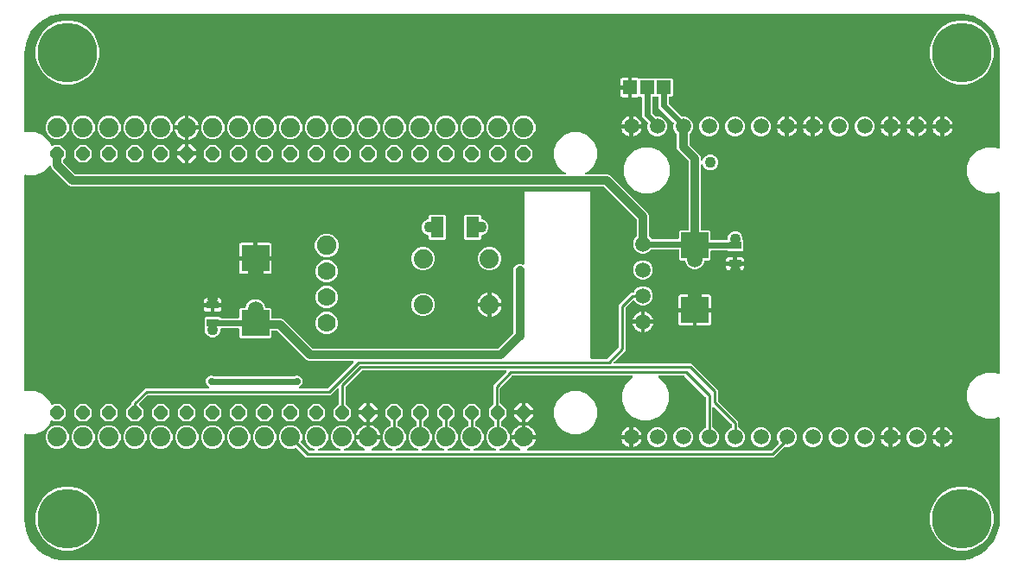
<source format=gbr>
G04 EAGLE Gerber RS-274X export*
G75*
%MOMM*%
%FSLAX34Y34*%
%LPD*%
%INBottom Copper*%
%IPPOS*%
%AMOC8*
5,1,8,0,0,1.08239X$1,22.5*%
G01*
%ADD10P,1.415766X8X292.500000*%
%ADD11C,1.778000*%
%ADD12C,1.900000*%
%ADD13R,2.700000X2.550000*%
%ADD14R,1.200000X0.800000*%
%ADD15C,1.508000*%
%ADD16C,5.842000*%
%ADD17C,1.879600*%
%ADD18R,1.400000X1.400000*%
%ADD19R,1.270000X2.060000*%
%ADD20C,1.500000*%
%ADD21C,0.200000*%
%ADD22C,1.106400*%
%ADD23C,0.609600*%
%ADD24C,0.756400*%
%ADD25C,0.254000*%
%ADD26C,0.812800*%
%ADD27C,0.706400*%

G36*
X927129Y11165D02*
X927129Y11165D01*
X927156Y11162D01*
X931482Y11405D01*
X931573Y11424D01*
X931649Y11429D01*
X940084Y13354D01*
X940208Y13402D01*
X940296Y13428D01*
X948091Y17182D01*
X948201Y17256D01*
X948281Y17301D01*
X955046Y22696D01*
X955137Y22793D01*
X955204Y22854D01*
X960599Y29619D01*
X960666Y29734D01*
X960718Y29809D01*
X964472Y37604D01*
X964512Y37731D01*
X964546Y37816D01*
X966471Y46251D01*
X966479Y46344D01*
X966495Y46418D01*
X966738Y50744D01*
X966735Y50774D01*
X966739Y50800D01*
X966739Y150491D01*
X966723Y150608D01*
X966711Y150726D01*
X966703Y150747D01*
X966699Y150770D01*
X966651Y150878D01*
X966607Y150988D01*
X966593Y151006D01*
X966583Y151027D01*
X966506Y151117D01*
X966433Y151210D01*
X966415Y151224D01*
X966400Y151241D01*
X966300Y151306D01*
X966204Y151375D01*
X966183Y151383D01*
X966164Y151396D01*
X966050Y151430D01*
X965939Y151470D01*
X965916Y151471D01*
X965894Y151478D01*
X965776Y151479D01*
X965657Y151486D01*
X965636Y151481D01*
X965612Y151482D01*
X965433Y151432D01*
X965358Y151414D01*
X962087Y150059D01*
X953073Y150059D01*
X944744Y153509D01*
X938369Y159884D01*
X934919Y168212D01*
X934919Y177227D01*
X938369Y185556D01*
X944744Y191931D01*
X953073Y195381D01*
X962087Y195381D01*
X965358Y194026D01*
X965472Y193997D01*
X965586Y193962D01*
X965609Y193962D01*
X965631Y193956D01*
X965749Y193960D01*
X965868Y193958D01*
X965890Y193964D01*
X965913Y193965D01*
X966025Y194002D01*
X966140Y194034D01*
X966159Y194046D01*
X966181Y194053D01*
X966279Y194119D01*
X966380Y194182D01*
X966395Y194199D01*
X966414Y194211D01*
X966489Y194303D01*
X966569Y194391D01*
X966579Y194412D01*
X966593Y194429D01*
X966640Y194538D01*
X966692Y194645D01*
X966695Y194666D01*
X966705Y194688D01*
X966726Y194866D01*
X966727Y194869D01*
X966727Y194873D01*
X966739Y194949D01*
X966739Y371471D01*
X966723Y371588D01*
X966711Y371706D01*
X966703Y371727D01*
X966699Y371750D01*
X966651Y371858D01*
X966607Y371968D01*
X966593Y371986D01*
X966583Y372007D01*
X966506Y372097D01*
X966433Y372190D01*
X966415Y372204D01*
X966400Y372221D01*
X966300Y372286D01*
X966204Y372355D01*
X966183Y372363D01*
X966164Y372376D01*
X966050Y372410D01*
X965939Y372450D01*
X965916Y372451D01*
X965894Y372458D01*
X965776Y372459D01*
X965657Y372466D01*
X965636Y372461D01*
X965612Y372462D01*
X965433Y372412D01*
X965358Y372394D01*
X962087Y371039D01*
X953073Y371039D01*
X944744Y374489D01*
X938369Y380864D01*
X934919Y389192D01*
X934919Y398207D01*
X938369Y406536D01*
X944744Y412911D01*
X953073Y416361D01*
X962087Y416361D01*
X965358Y415006D01*
X965472Y414977D01*
X965586Y414942D01*
X965609Y414942D01*
X965631Y414936D01*
X965749Y414940D01*
X965868Y414938D01*
X965890Y414944D01*
X965913Y414945D01*
X966025Y414982D01*
X966140Y415014D01*
X966159Y415026D01*
X966181Y415033D01*
X966279Y415099D01*
X966380Y415162D01*
X966395Y415179D01*
X966414Y415191D01*
X966489Y415283D01*
X966569Y415371D01*
X966579Y415392D01*
X966593Y415409D01*
X966640Y415518D01*
X966692Y415625D01*
X966695Y415646D01*
X966705Y415668D01*
X966727Y415853D01*
X966739Y415929D01*
X966739Y508000D01*
X966735Y508029D01*
X966738Y508056D01*
X966495Y512382D01*
X966476Y512473D01*
X966471Y512549D01*
X964546Y520984D01*
X964500Y521103D01*
X964480Y521178D01*
X964475Y521185D01*
X964472Y521196D01*
X960718Y528991D01*
X960644Y529101D01*
X960599Y529181D01*
X955204Y535946D01*
X955107Y536037D01*
X955046Y536104D01*
X948281Y541499D01*
X948166Y541566D01*
X948091Y541618D01*
X940296Y545372D01*
X940169Y545412D01*
X940084Y545446D01*
X931649Y547371D01*
X931556Y547379D01*
X931482Y547395D01*
X927156Y547638D01*
X927126Y547635D01*
X927100Y547639D01*
X50800Y547639D01*
X50771Y547635D01*
X50744Y547638D01*
X46418Y547395D01*
X46327Y547376D01*
X46251Y547371D01*
X37816Y545446D01*
X37692Y545398D01*
X37604Y545372D01*
X29809Y541618D01*
X29699Y541544D01*
X29619Y541499D01*
X22854Y536104D01*
X22763Y536007D01*
X22696Y535946D01*
X17301Y529181D01*
X17234Y529066D01*
X17182Y528991D01*
X13428Y521196D01*
X13388Y521069D01*
X13354Y520984D01*
X11429Y512549D01*
X11421Y512456D01*
X11405Y512382D01*
X11162Y508056D01*
X11165Y508026D01*
X11161Y508000D01*
X11161Y431868D01*
X11177Y431751D01*
X11189Y431632D01*
X11197Y431611D01*
X11201Y431589D01*
X11249Y431481D01*
X11293Y431370D01*
X11307Y431352D01*
X11317Y431332D01*
X11394Y431242D01*
X11467Y431148D01*
X11485Y431135D01*
X11500Y431117D01*
X11600Y431052D01*
X11696Y430983D01*
X11717Y430976D01*
X11736Y430963D01*
X11850Y430928D01*
X11961Y430889D01*
X11984Y430887D01*
X12006Y430881D01*
X12124Y430879D01*
X12243Y430872D01*
X12264Y430877D01*
X12288Y430877D01*
X12467Y430927D01*
X12542Y430945D01*
X13571Y431371D01*
X21989Y431371D01*
X29767Y428149D01*
X35719Y422197D01*
X37305Y418368D01*
X37366Y418265D01*
X37421Y418161D01*
X37437Y418144D01*
X37449Y418125D01*
X37535Y418044D01*
X37618Y417959D01*
X37638Y417947D01*
X37655Y417932D01*
X37760Y417878D01*
X37863Y417820D01*
X37886Y417814D01*
X37906Y417804D01*
X38022Y417782D01*
X38138Y417755D01*
X38161Y417756D01*
X38183Y417752D01*
X38301Y417763D01*
X38420Y417769D01*
X38441Y417777D01*
X38464Y417779D01*
X38574Y417823D01*
X38686Y417862D01*
X38704Y417874D01*
X38726Y417883D01*
X38872Y417998D01*
X38935Y418043D01*
X39642Y418751D01*
X46718Y418751D01*
X51721Y413748D01*
X51721Y406672D01*
X49537Y404489D01*
X49480Y404412D01*
X49415Y404341D01*
X49395Y404300D01*
X49368Y404263D01*
X49334Y404173D01*
X49292Y404087D01*
X49286Y404045D01*
X49269Y404000D01*
X49259Y403872D01*
X49245Y403782D01*
X49245Y401706D01*
X49258Y401611D01*
X49263Y401515D01*
X49278Y401472D01*
X49285Y401427D01*
X49324Y401339D01*
X49356Y401248D01*
X49381Y401214D01*
X49401Y401170D01*
X49484Y401072D01*
X49537Y400999D01*
X60639Y389897D01*
X60716Y389840D01*
X60788Y389775D01*
X60829Y389755D01*
X60865Y389728D01*
X60955Y389694D01*
X61041Y389652D01*
X61083Y389646D01*
X61129Y389629D01*
X61256Y389619D01*
X61346Y389605D01*
X540606Y389605D01*
X540692Y389617D01*
X540779Y389620D01*
X540831Y389637D01*
X540886Y389645D01*
X540965Y389680D01*
X541047Y389707D01*
X541092Y389738D01*
X541142Y389761D01*
X541208Y389817D01*
X541280Y389866D01*
X541315Y389908D01*
X541357Y389944D01*
X541404Y390017D01*
X541459Y390084D01*
X541481Y390134D01*
X541511Y390180D01*
X541537Y390263D01*
X541571Y390343D01*
X541578Y390397D01*
X541594Y390450D01*
X541595Y390537D01*
X541605Y390623D01*
X541597Y390677D01*
X541597Y390732D01*
X541574Y390816D01*
X541560Y390901D01*
X541537Y390951D01*
X541522Y391004D01*
X541477Y391077D01*
X541439Y391156D01*
X541403Y391197D01*
X541374Y391244D01*
X541310Y391302D01*
X541252Y391367D01*
X541208Y391393D01*
X541165Y391433D01*
X541062Y391482D01*
X540989Y391527D01*
X539193Y392271D01*
X533241Y398223D01*
X530019Y406001D01*
X530019Y414419D01*
X533241Y422197D01*
X539193Y428149D01*
X546971Y431371D01*
X555389Y431371D01*
X563167Y428149D01*
X569119Y422197D01*
X572341Y414419D01*
X572341Y406001D01*
X569119Y398223D01*
X563167Y392271D01*
X561371Y391527D01*
X561297Y391483D01*
X561218Y391447D01*
X561176Y391411D01*
X561129Y391384D01*
X561069Y391320D01*
X561003Y391264D01*
X560973Y391218D01*
X560936Y391178D01*
X560896Y391101D01*
X560849Y391028D01*
X560833Y390975D01*
X560808Y390926D01*
X560792Y390841D01*
X560766Y390758D01*
X560766Y390703D01*
X560755Y390649D01*
X560764Y390563D01*
X560763Y390476D01*
X560777Y390423D01*
X560783Y390369D01*
X560815Y390288D01*
X560838Y390204D01*
X560867Y390157D01*
X560887Y390107D01*
X560940Y390038D01*
X560986Y389964D01*
X561027Y389928D01*
X561060Y389884D01*
X561131Y389833D01*
X561195Y389775D01*
X561245Y389751D01*
X561289Y389719D01*
X561371Y389690D01*
X561449Y389652D01*
X561499Y389644D01*
X561555Y389625D01*
X561669Y389618D01*
X561754Y389605D01*
X582866Y389605D01*
X585095Y388681D01*
X622361Y351415D01*
X623285Y349186D01*
X623285Y329152D01*
X623298Y329057D01*
X623303Y328961D01*
X623318Y328918D01*
X623325Y328873D01*
X623364Y328785D01*
X623396Y328694D01*
X623421Y328660D01*
X623441Y328616D01*
X623524Y328518D01*
X623577Y328445D01*
X625371Y326651D01*
X625448Y326594D01*
X625519Y326529D01*
X625560Y326509D01*
X625597Y326482D01*
X625687Y326448D01*
X625773Y326406D01*
X625815Y326400D01*
X625861Y326383D01*
X625988Y326373D01*
X626078Y326359D01*
X651520Y326359D01*
X651584Y326368D01*
X651648Y326367D01*
X651723Y326388D01*
X651799Y326399D01*
X651858Y326425D01*
X651920Y326442D01*
X651986Y326483D01*
X652056Y326515D01*
X652105Y326557D01*
X652160Y326590D01*
X652212Y326648D01*
X652270Y326698D01*
X652306Y326752D01*
X652349Y326800D01*
X652382Y326869D01*
X652425Y326934D01*
X652444Y326996D01*
X652472Y327053D01*
X652483Y327123D01*
X652507Y327204D01*
X652508Y327289D01*
X652519Y327358D01*
X652519Y333569D01*
X653691Y334741D01*
X660956Y334741D01*
X661020Y334750D01*
X661084Y334749D01*
X661159Y334770D01*
X661235Y334781D01*
X661294Y334807D01*
X661356Y334824D01*
X661422Y334865D01*
X661492Y334897D01*
X661541Y334939D01*
X661596Y334972D01*
X661648Y335030D01*
X661706Y335080D01*
X661742Y335134D01*
X661785Y335182D01*
X661818Y335251D01*
X661861Y335316D01*
X661880Y335378D01*
X661908Y335435D01*
X661919Y335505D01*
X661943Y335586D01*
X661944Y335671D01*
X661955Y335740D01*
X661955Y402204D01*
X661942Y402299D01*
X661937Y402395D01*
X661922Y402438D01*
X661915Y402483D01*
X661876Y402571D01*
X661844Y402662D01*
X661819Y402696D01*
X661799Y402740D01*
X661716Y402838D01*
X661663Y402911D01*
X651449Y413125D01*
X650525Y415354D01*
X650525Y429038D01*
X650512Y429133D01*
X650507Y429229D01*
X650492Y429272D01*
X650485Y429317D01*
X650446Y429405D01*
X650414Y429496D01*
X650389Y429530D01*
X650369Y429574D01*
X650286Y429672D01*
X650233Y429745D01*
X648502Y431476D01*
X647049Y434982D01*
X647049Y438778D01*
X647313Y439415D01*
X647315Y439424D01*
X647320Y439432D01*
X647351Y439561D01*
X647383Y439688D01*
X647383Y439697D01*
X647385Y439706D01*
X647378Y439839D01*
X647374Y439970D01*
X647371Y439979D01*
X647371Y439988D01*
X647327Y440113D01*
X647287Y440238D01*
X647281Y440246D01*
X647278Y440255D01*
X647233Y440317D01*
X647128Y440471D01*
X647109Y440486D01*
X647096Y440504D01*
X632491Y455109D01*
X632491Y464980D01*
X632482Y465044D01*
X632483Y465108D01*
X632462Y465183D01*
X632451Y465259D01*
X632425Y465318D01*
X632408Y465380D01*
X632367Y465446D01*
X632335Y465516D01*
X632293Y465565D01*
X632260Y465620D01*
X632202Y465672D01*
X632152Y465730D01*
X632098Y465766D01*
X632050Y465809D01*
X631981Y465842D01*
X631916Y465885D01*
X631854Y465904D01*
X631797Y465932D01*
X631727Y465943D01*
X631646Y465967D01*
X631561Y465968D01*
X631492Y465979D01*
X629411Y465979D01*
X629376Y465988D01*
X629299Y465984D01*
X629222Y465990D01*
X629172Y465979D01*
X627078Y465979D01*
X627014Y465970D01*
X626950Y465971D01*
X626875Y465950D01*
X626799Y465939D01*
X626740Y465913D01*
X626678Y465896D01*
X626612Y465855D01*
X626542Y465823D01*
X626493Y465781D01*
X626438Y465748D01*
X626386Y465690D01*
X626328Y465640D01*
X626292Y465586D01*
X626249Y465538D01*
X626216Y465469D01*
X626173Y465404D01*
X626154Y465342D01*
X626126Y465285D01*
X626115Y465215D01*
X626091Y465134D01*
X626090Y465049D01*
X626079Y464980D01*
X626079Y450815D01*
X626088Y450753D01*
X626087Y450703D01*
X626095Y450675D01*
X626097Y450624D01*
X626112Y450581D01*
X626119Y450536D01*
X626156Y450453D01*
X626162Y450431D01*
X626167Y450424D01*
X626190Y450358D01*
X626215Y450323D01*
X626235Y450279D01*
X626318Y450182D01*
X626371Y450109D01*
X629767Y446713D01*
X629843Y446656D01*
X629915Y446591D01*
X629956Y446571D01*
X629992Y446544D01*
X630082Y446510D01*
X630169Y446468D01*
X630211Y446462D01*
X630256Y446445D01*
X630384Y446435D01*
X630473Y446421D01*
X633088Y446421D01*
X636594Y444968D01*
X639278Y442284D01*
X640731Y438778D01*
X640731Y434982D01*
X639278Y431476D01*
X636594Y428792D01*
X633088Y427339D01*
X629292Y427339D01*
X625786Y428792D01*
X623102Y431476D01*
X621649Y434982D01*
X621649Y438778D01*
X621913Y439415D01*
X621915Y439424D01*
X621920Y439432D01*
X621951Y439561D01*
X621983Y439688D01*
X621983Y439697D01*
X621985Y439706D01*
X621978Y439839D01*
X621974Y439970D01*
X621971Y439979D01*
X621971Y439988D01*
X621927Y440113D01*
X621887Y440238D01*
X621881Y440246D01*
X621878Y440255D01*
X621833Y440317D01*
X621728Y440471D01*
X621709Y440486D01*
X621696Y440504D01*
X615981Y446219D01*
X615981Y464980D01*
X615972Y465044D01*
X615973Y465108D01*
X615952Y465183D01*
X615941Y465259D01*
X615915Y465318D01*
X615898Y465380D01*
X615857Y465446D01*
X615825Y465516D01*
X615783Y465565D01*
X615750Y465620D01*
X615692Y465672D01*
X615642Y465730D01*
X615588Y465766D01*
X615540Y465809D01*
X615471Y465842D01*
X615406Y465885D01*
X615344Y465904D01*
X615287Y465932D01*
X615217Y465943D01*
X615136Y465967D01*
X615051Y465968D01*
X614982Y465979D01*
X613404Y465979D01*
X613298Y465964D01*
X613192Y465957D01*
X613161Y465945D01*
X613125Y465939D01*
X612990Y465878D01*
X612904Y465845D01*
X612501Y465612D01*
X611855Y465439D01*
X606519Y465439D01*
X606519Y473980D01*
X606510Y474044D01*
X606511Y474108D01*
X606490Y474182D01*
X606479Y474259D01*
X606453Y474318D01*
X606436Y474380D01*
X606395Y474446D01*
X606363Y474516D01*
X606321Y474565D01*
X606288Y474620D01*
X606230Y474671D01*
X606180Y474730D01*
X606126Y474766D01*
X606078Y474809D01*
X606009Y474842D01*
X605944Y474885D01*
X605882Y474904D01*
X605825Y474932D01*
X605755Y474942D01*
X605674Y474967D01*
X605589Y474968D01*
X605520Y474979D01*
X604519Y474979D01*
X604519Y474981D01*
X605520Y474981D01*
X605584Y474990D01*
X605648Y474989D01*
X605723Y475010D01*
X605799Y475021D01*
X605858Y475047D01*
X605920Y475064D01*
X605986Y475105D01*
X606056Y475137D01*
X606105Y475179D01*
X606160Y475212D01*
X606212Y475270D01*
X606270Y475320D01*
X606306Y475374D01*
X606349Y475422D01*
X606382Y475491D01*
X606425Y475556D01*
X606444Y475618D01*
X606472Y475676D01*
X606482Y475745D01*
X606507Y475826D01*
X606508Y475911D01*
X606519Y475980D01*
X606519Y484521D01*
X611855Y484521D01*
X612501Y484348D01*
X612904Y484115D01*
X613003Y484075D01*
X613099Y484028D01*
X613132Y484023D01*
X613166Y484009D01*
X613313Y483995D01*
X613404Y483981D01*
X629160Y483981D01*
X629196Y483972D01*
X629273Y483976D01*
X629349Y483970D01*
X629398Y483981D01*
X645369Y483981D01*
X646541Y482809D01*
X646541Y467151D01*
X645369Y465979D01*
X643588Y465979D01*
X643524Y465970D01*
X643460Y465971D01*
X643385Y465950D01*
X643309Y465939D01*
X643250Y465913D01*
X643188Y465896D01*
X643122Y465855D01*
X643052Y465823D01*
X643003Y465781D01*
X642948Y465748D01*
X642896Y465690D01*
X642838Y465640D01*
X642802Y465586D01*
X642759Y465538D01*
X642726Y465469D01*
X642683Y465404D01*
X642664Y465342D01*
X642636Y465285D01*
X642625Y465215D01*
X642601Y465134D01*
X642600Y465049D01*
X642589Y464980D01*
X642589Y459705D01*
X642602Y459610D01*
X642607Y459514D01*
X642622Y459471D01*
X642629Y459426D01*
X642668Y459338D01*
X642700Y459248D01*
X642725Y459213D01*
X642745Y459169D01*
X642828Y459072D01*
X642881Y458999D01*
X655167Y446713D01*
X655243Y446656D01*
X655315Y446591D01*
X655356Y446571D01*
X655392Y446544D01*
X655482Y446510D01*
X655569Y446468D01*
X655611Y446462D01*
X655656Y446445D01*
X655784Y446435D01*
X655873Y446421D01*
X658488Y446421D01*
X661994Y444968D01*
X664678Y442284D01*
X666131Y438778D01*
X666131Y434982D01*
X664678Y431476D01*
X662947Y429745D01*
X662890Y429668D01*
X662825Y429597D01*
X662805Y429556D01*
X662778Y429519D01*
X662744Y429429D01*
X662702Y429343D01*
X662696Y429301D01*
X662679Y429255D01*
X662669Y429128D01*
X662655Y429038D01*
X662655Y419486D01*
X662668Y419391D01*
X662673Y419295D01*
X662688Y419252D01*
X662695Y419207D01*
X662734Y419119D01*
X662766Y419028D01*
X662791Y418994D01*
X662811Y418950D01*
X662894Y418852D01*
X662947Y418779D01*
X673161Y408565D01*
X674085Y406336D01*
X674085Y403876D01*
X674097Y403791D01*
X674100Y403704D01*
X674117Y403652D01*
X674125Y403597D01*
X674160Y403518D01*
X674187Y403436D01*
X674218Y403390D01*
X674241Y403340D01*
X674297Y403274D01*
X674346Y403203D01*
X674388Y403168D01*
X674424Y403126D01*
X674497Y403078D01*
X674564Y403023D01*
X674614Y403002D01*
X674660Y402972D01*
X674743Y402946D01*
X674823Y402912D01*
X674877Y402905D01*
X674930Y402889D01*
X675017Y402888D01*
X675103Y402877D01*
X675157Y402886D01*
X675212Y402885D01*
X675296Y402909D01*
X675381Y402922D01*
X675431Y402946D01*
X675484Y402961D01*
X675557Y403006D01*
X675636Y403043D01*
X675677Y403080D01*
X675724Y403109D01*
X675782Y403173D01*
X675847Y403231D01*
X675873Y403274D01*
X675913Y403318D01*
X675962Y403420D01*
X676007Y403494D01*
X676874Y405587D01*
X678993Y407706D01*
X681762Y408853D01*
X684758Y408853D01*
X687527Y407706D01*
X689646Y405587D01*
X690793Y402818D01*
X690793Y399822D01*
X689646Y397053D01*
X687527Y394934D01*
X684758Y393787D01*
X681762Y393787D01*
X678993Y394934D01*
X676874Y397053D01*
X676007Y399146D01*
X675963Y399221D01*
X675927Y399300D01*
X675891Y399341D01*
X675864Y399389D01*
X675800Y399448D01*
X675744Y399514D01*
X675698Y399544D01*
X675658Y399582D01*
X675581Y399621D01*
X675508Y399668D01*
X675455Y399684D01*
X675406Y399709D01*
X675321Y399726D01*
X675238Y399751D01*
X675183Y399752D01*
X675129Y399762D01*
X675043Y399753D01*
X674956Y399755D01*
X674903Y399740D01*
X674849Y399735D01*
X674768Y399703D01*
X674684Y399679D01*
X674637Y399650D01*
X674587Y399630D01*
X674518Y399577D01*
X674444Y399531D01*
X674408Y399490D01*
X674364Y399457D01*
X674313Y399386D01*
X674255Y399322D01*
X674231Y399273D01*
X674199Y399228D01*
X674170Y399146D01*
X674132Y399068D01*
X674124Y399018D01*
X674105Y398962D01*
X674098Y398849D01*
X674085Y398764D01*
X674085Y335740D01*
X674094Y335676D01*
X674093Y335612D01*
X674114Y335537D01*
X674125Y335461D01*
X674151Y335402D01*
X674168Y335340D01*
X674209Y335274D01*
X674241Y335204D01*
X674283Y335155D01*
X674316Y335100D01*
X674374Y335048D01*
X674424Y334990D01*
X674478Y334954D01*
X674526Y334911D01*
X674595Y334878D01*
X674660Y334835D01*
X674722Y334816D01*
X674779Y334788D01*
X674849Y334777D01*
X674930Y334753D01*
X675015Y334752D01*
X675084Y334741D01*
X682349Y334741D01*
X683521Y333569D01*
X683521Y326038D01*
X683530Y325974D01*
X683529Y325910D01*
X683550Y325835D01*
X683561Y325759D01*
X683587Y325700D01*
X683604Y325638D01*
X683645Y325572D01*
X683677Y325502D01*
X683719Y325453D01*
X683752Y325398D01*
X683810Y325346D01*
X683860Y325288D01*
X683914Y325252D01*
X683962Y325209D01*
X684031Y325176D01*
X684096Y325133D01*
X684158Y325114D01*
X684215Y325086D01*
X684285Y325075D01*
X684366Y325051D01*
X684451Y325050D01*
X684520Y325039D01*
X698858Y325039D01*
X698922Y325048D01*
X698986Y325047D01*
X699061Y325068D01*
X699137Y325079D01*
X699196Y325105D01*
X699258Y325122D01*
X699324Y325163D01*
X699394Y325195D01*
X699443Y325237D01*
X699498Y325270D01*
X699550Y325328D01*
X699608Y325378D01*
X699644Y325432D01*
X699687Y325480D01*
X699720Y325549D01*
X699763Y325614D01*
X699782Y325676D01*
X699810Y325733D01*
X699821Y325803D01*
X699845Y325884D01*
X699846Y325969D01*
X699857Y326038D01*
X699857Y327888D01*
X701004Y330657D01*
X703123Y332776D01*
X705892Y333923D01*
X708888Y333923D01*
X711657Y332776D01*
X713776Y330657D01*
X714923Y327888D01*
X714923Y325861D01*
X714931Y325802D01*
X714931Y325797D01*
X714933Y325790D01*
X714936Y325766D01*
X714941Y325669D01*
X714956Y325626D01*
X714963Y325581D01*
X715002Y325494D01*
X715034Y325403D01*
X715059Y325369D01*
X715079Y325324D01*
X715162Y325227D01*
X715215Y325154D01*
X715391Y324979D01*
X715391Y315321D01*
X714219Y314149D01*
X700561Y314149D01*
X700062Y314649D01*
X699985Y314706D01*
X699914Y314771D01*
X699873Y314791D01*
X699836Y314818D01*
X699746Y314852D01*
X699660Y314894D01*
X699618Y314900D01*
X699572Y314917D01*
X699445Y314927D01*
X699355Y314941D01*
X684520Y314941D01*
X684456Y314932D01*
X684392Y314933D01*
X684317Y314912D01*
X684241Y314901D01*
X684182Y314875D01*
X684120Y314858D01*
X684054Y314817D01*
X683984Y314785D01*
X683935Y314743D01*
X683880Y314710D01*
X683828Y314652D01*
X683770Y314602D01*
X683734Y314548D01*
X683691Y314500D01*
X683658Y314431D01*
X683615Y314366D01*
X683596Y314304D01*
X683568Y314247D01*
X683557Y314177D01*
X683533Y314096D01*
X683532Y314011D01*
X683521Y313942D01*
X683521Y306411D01*
X682349Y305239D01*
X678520Y305239D01*
X678456Y305230D01*
X678392Y305231D01*
X678317Y305210D01*
X678241Y305199D01*
X678182Y305173D01*
X678120Y305156D01*
X678054Y305115D01*
X677984Y305083D01*
X677935Y305041D01*
X677880Y305008D01*
X677828Y304950D01*
X677770Y304900D01*
X677734Y304846D01*
X677691Y304798D01*
X677658Y304729D01*
X677615Y304664D01*
X677596Y304602D01*
X677568Y304545D01*
X677557Y304475D01*
X677533Y304394D01*
X677532Y304309D01*
X677521Y304240D01*
X677521Y304180D01*
X676074Y300688D01*
X673402Y298016D01*
X669910Y296569D01*
X666130Y296569D01*
X662638Y298016D01*
X659966Y300688D01*
X658519Y304180D01*
X658519Y304240D01*
X658510Y304304D01*
X658511Y304368D01*
X658490Y304443D01*
X658479Y304519D01*
X658453Y304578D01*
X658436Y304640D01*
X658395Y304706D01*
X658363Y304776D01*
X658321Y304825D01*
X658288Y304880D01*
X658230Y304932D01*
X658180Y304990D01*
X658126Y305026D01*
X658078Y305069D01*
X658009Y305102D01*
X657944Y305145D01*
X657882Y305164D01*
X657825Y305192D01*
X657755Y305203D01*
X657674Y305227D01*
X657589Y305228D01*
X657520Y305239D01*
X653691Y305239D01*
X652519Y306411D01*
X652519Y315262D01*
X652510Y315326D01*
X652511Y315390D01*
X652490Y315465D01*
X652479Y315541D01*
X652453Y315600D01*
X652436Y315662D01*
X652395Y315728D01*
X652363Y315798D01*
X652321Y315847D01*
X652288Y315902D01*
X652230Y315954D01*
X652180Y316012D01*
X652126Y316048D01*
X652078Y316091D01*
X652009Y316124D01*
X651944Y316167D01*
X651882Y316186D01*
X651825Y316214D01*
X651755Y316225D01*
X651674Y316249D01*
X651589Y316250D01*
X651520Y316261D01*
X626078Y316261D01*
X625983Y316248D01*
X625887Y316243D01*
X625844Y316228D01*
X625799Y316221D01*
X625711Y316182D01*
X625620Y316150D01*
X625586Y316125D01*
X625542Y316105D01*
X625444Y316022D01*
X625371Y315969D01*
X622624Y313222D01*
X619118Y311769D01*
X615322Y311769D01*
X611816Y313222D01*
X609132Y315906D01*
X607679Y319412D01*
X607679Y323208D01*
X609132Y326714D01*
X610863Y328445D01*
X610920Y328522D01*
X610985Y328593D01*
X611005Y328634D01*
X611032Y328671D01*
X611066Y328761D01*
X611108Y328847D01*
X611114Y328889D01*
X611131Y328935D01*
X611141Y329062D01*
X611155Y329152D01*
X611155Y345054D01*
X611142Y345149D01*
X611137Y345245D01*
X611122Y345288D01*
X611115Y345333D01*
X611076Y345421D01*
X611044Y345512D01*
X611019Y345546D01*
X610999Y345590D01*
X610916Y345688D01*
X610863Y345761D01*
X579441Y377183D01*
X579364Y377240D01*
X579292Y377305D01*
X579251Y377325D01*
X579215Y377352D01*
X579125Y377386D01*
X579039Y377428D01*
X578997Y377434D01*
X578951Y377451D01*
X578824Y377461D01*
X578734Y377475D01*
X57214Y377475D01*
X54985Y378399D01*
X38039Y395345D01*
X37088Y397639D01*
X37028Y397741D01*
X36972Y397845D01*
X36956Y397862D01*
X36945Y397881D01*
X36858Y397962D01*
X36776Y398047D01*
X36756Y398059D01*
X36739Y398074D01*
X36633Y398128D01*
X36530Y398186D01*
X36508Y398192D01*
X36488Y398202D01*
X36371Y398224D01*
X36256Y398251D01*
X36233Y398250D01*
X36210Y398254D01*
X36093Y398243D01*
X35974Y398237D01*
X35952Y398230D01*
X35930Y398227D01*
X35820Y398184D01*
X35708Y398145D01*
X35690Y398132D01*
X35668Y398123D01*
X35521Y398008D01*
X35459Y397963D01*
X29767Y392271D01*
X21989Y389049D01*
X13571Y389049D01*
X12542Y389475D01*
X12428Y389505D01*
X12314Y389539D01*
X12291Y389540D01*
X12269Y389545D01*
X12151Y389542D01*
X12032Y389543D01*
X12010Y389537D01*
X11987Y389536D01*
X11875Y389500D01*
X11760Y389468D01*
X11741Y389456D01*
X11719Y389449D01*
X11621Y389382D01*
X11520Y389320D01*
X11505Y389303D01*
X11486Y389290D01*
X11411Y389198D01*
X11331Y389110D01*
X11321Y389090D01*
X11307Y389072D01*
X11260Y388963D01*
X11208Y388857D01*
X11205Y388835D01*
X11195Y388813D01*
X11173Y388629D01*
X11161Y388552D01*
X11161Y177868D01*
X11177Y177751D01*
X11189Y177632D01*
X11197Y177611D01*
X11201Y177589D01*
X11249Y177481D01*
X11293Y177370D01*
X11307Y177352D01*
X11317Y177332D01*
X11394Y177242D01*
X11467Y177148D01*
X11485Y177135D01*
X11500Y177117D01*
X11600Y177052D01*
X11696Y176983D01*
X11717Y176976D01*
X11736Y176963D01*
X11850Y176928D01*
X11961Y176889D01*
X11984Y176887D01*
X12006Y176881D01*
X12124Y176879D01*
X12243Y176872D01*
X12264Y176877D01*
X12288Y176877D01*
X12467Y176927D01*
X12542Y176945D01*
X13571Y177371D01*
X21989Y177371D01*
X29767Y174149D01*
X35719Y168197D01*
X37305Y164368D01*
X37366Y164265D01*
X37421Y164161D01*
X37437Y164144D01*
X37449Y164125D01*
X37535Y164044D01*
X37618Y163959D01*
X37638Y163947D01*
X37655Y163932D01*
X37760Y163878D01*
X37863Y163820D01*
X37886Y163814D01*
X37906Y163804D01*
X38022Y163782D01*
X38138Y163755D01*
X38161Y163756D01*
X38183Y163752D01*
X38301Y163763D01*
X38420Y163769D01*
X38441Y163777D01*
X38464Y163779D01*
X38574Y163823D01*
X38686Y163862D01*
X38704Y163874D01*
X38726Y163883D01*
X38872Y163998D01*
X38935Y164043D01*
X39642Y164751D01*
X46718Y164751D01*
X51721Y159748D01*
X51721Y152672D01*
X46718Y147669D01*
X39642Y147669D01*
X38935Y148377D01*
X38840Y148448D01*
X38749Y148523D01*
X38728Y148532D01*
X38709Y148546D01*
X38599Y148588D01*
X38490Y148635D01*
X38467Y148637D01*
X38446Y148645D01*
X38327Y148655D01*
X38210Y148669D01*
X38187Y148665D01*
X38164Y148667D01*
X38048Y148643D01*
X37931Y148624D01*
X37911Y148614D01*
X37888Y148610D01*
X37784Y148554D01*
X37676Y148503D01*
X37659Y148488D01*
X37639Y148477D01*
X37554Y148394D01*
X37466Y148316D01*
X37455Y148297D01*
X37437Y148280D01*
X37345Y148118D01*
X37305Y148052D01*
X35719Y144223D01*
X29767Y138271D01*
X21989Y135049D01*
X13571Y135049D01*
X12542Y135475D01*
X12428Y135505D01*
X12314Y135539D01*
X12291Y135540D01*
X12269Y135545D01*
X12151Y135542D01*
X12032Y135543D01*
X12010Y135537D01*
X11987Y135536D01*
X11875Y135500D01*
X11760Y135468D01*
X11741Y135456D01*
X11719Y135449D01*
X11621Y135382D01*
X11520Y135320D01*
X11505Y135303D01*
X11486Y135290D01*
X11411Y135198D01*
X11331Y135110D01*
X11321Y135090D01*
X11307Y135072D01*
X11260Y134963D01*
X11208Y134857D01*
X11205Y134835D01*
X11195Y134813D01*
X11173Y134629D01*
X11161Y134552D01*
X11161Y50800D01*
X11165Y50770D01*
X11162Y50744D01*
X11405Y46418D01*
X11424Y46327D01*
X11429Y46251D01*
X13354Y37816D01*
X13402Y37692D01*
X13428Y37604D01*
X17182Y29809D01*
X17256Y29699D01*
X17301Y29619D01*
X22696Y22854D01*
X22793Y22763D01*
X22854Y22696D01*
X29619Y17301D01*
X29734Y17234D01*
X29809Y17182D01*
X37604Y13428D01*
X37731Y13388D01*
X37816Y13354D01*
X46251Y11429D01*
X46344Y11421D01*
X46418Y11405D01*
X50744Y11162D01*
X50774Y11165D01*
X50800Y11161D01*
X927100Y11161D01*
X927129Y11165D01*
G37*
%LPC*%
G36*
X286935Y112299D02*
X286935Y112299D01*
X284727Y114508D01*
X277706Y121529D01*
X277698Y121535D01*
X277692Y121542D01*
X277585Y121619D01*
X277480Y121698D01*
X277471Y121702D01*
X277463Y121707D01*
X277340Y121751D01*
X277216Y121798D01*
X277207Y121798D01*
X277198Y121802D01*
X277066Y121809D01*
X276935Y121820D01*
X276926Y121818D01*
X276916Y121818D01*
X276841Y121800D01*
X276659Y121762D01*
X276638Y121751D01*
X276617Y121746D01*
X274047Y120681D01*
X269513Y120681D01*
X265323Y122417D01*
X262117Y125623D01*
X260381Y129813D01*
X260381Y134347D01*
X262117Y138537D01*
X265323Y141743D01*
X269513Y143479D01*
X274047Y143479D01*
X278237Y141743D01*
X281443Y138537D01*
X283179Y134347D01*
X283179Y129813D01*
X282114Y127243D01*
X282112Y127234D01*
X282107Y127226D01*
X282077Y127097D01*
X282044Y126970D01*
X282045Y126961D01*
X282043Y126952D01*
X282049Y126819D01*
X282053Y126688D01*
X282056Y126679D01*
X282057Y126670D01*
X282100Y126545D01*
X282141Y126420D01*
X282146Y126412D01*
X282149Y126403D01*
X282195Y126341D01*
X282300Y126187D01*
X282318Y126172D01*
X282331Y126154D01*
X289352Y119133D01*
X289429Y119076D01*
X289500Y119011D01*
X289541Y118991D01*
X289578Y118964D01*
X289668Y118930D01*
X289754Y118888D01*
X289796Y118882D01*
X289842Y118865D01*
X289969Y118855D01*
X290059Y118841D01*
X294333Y118841D01*
X294419Y118853D01*
X294505Y118856D01*
X294558Y118873D01*
X294612Y118881D01*
X294691Y118916D01*
X294773Y118943D01*
X294819Y118974D01*
X294869Y118997D01*
X294935Y119053D01*
X295006Y119102D01*
X295041Y119144D01*
X295083Y119180D01*
X295131Y119253D01*
X295186Y119320D01*
X295207Y119370D01*
X295237Y119416D01*
X295263Y119499D01*
X295297Y119579D01*
X295304Y119633D01*
X295320Y119686D01*
X295321Y119773D01*
X295332Y119859D01*
X295323Y119913D01*
X295324Y119968D01*
X295300Y120052D01*
X295287Y120137D01*
X295263Y120187D01*
X295248Y120240D01*
X295203Y120314D01*
X295166Y120392D01*
X295129Y120433D01*
X295100Y120480D01*
X295036Y120538D01*
X294978Y120603D01*
X294935Y120629D01*
X294891Y120669D01*
X294788Y120718D01*
X294715Y120763D01*
X290723Y122417D01*
X287517Y125623D01*
X285781Y129813D01*
X285781Y134347D01*
X287517Y138537D01*
X290723Y141743D01*
X294913Y143479D01*
X299447Y143479D01*
X303637Y141743D01*
X306843Y138537D01*
X308579Y134347D01*
X308579Y129813D01*
X306843Y125623D01*
X303637Y122417D01*
X299645Y120763D01*
X299570Y120719D01*
X299491Y120683D01*
X299450Y120648D01*
X299402Y120620D01*
X299343Y120556D01*
X299277Y120500D01*
X299247Y120454D01*
X299209Y120414D01*
X299170Y120337D01*
X299123Y120264D01*
X299106Y120211D01*
X299082Y120162D01*
X299065Y120077D01*
X299040Y119994D01*
X299039Y119939D01*
X299029Y119885D01*
X299038Y119799D01*
X299036Y119712D01*
X299051Y119659D01*
X299056Y119605D01*
X299088Y119524D01*
X299112Y119440D01*
X299140Y119393D01*
X299161Y119343D01*
X299214Y119274D01*
X299260Y119200D01*
X299300Y119164D01*
X299334Y119120D01*
X299405Y119069D01*
X299469Y119011D01*
X299518Y118987D01*
X299563Y118955D01*
X299645Y118926D01*
X299723Y118888D01*
X299773Y118880D01*
X299829Y118861D01*
X299942Y118854D01*
X300027Y118841D01*
X319733Y118841D01*
X319819Y118853D01*
X319905Y118856D01*
X319958Y118873D01*
X320012Y118881D01*
X320091Y118916D01*
X320173Y118943D01*
X320219Y118974D01*
X320269Y118997D01*
X320335Y119053D01*
X320406Y119102D01*
X320441Y119144D01*
X320483Y119180D01*
X320531Y119253D01*
X320586Y119320D01*
X320607Y119370D01*
X320637Y119416D01*
X320663Y119499D01*
X320697Y119579D01*
X320704Y119633D01*
X320720Y119686D01*
X320721Y119773D01*
X320732Y119859D01*
X320723Y119913D01*
X320724Y119968D01*
X320700Y120052D01*
X320687Y120137D01*
X320663Y120187D01*
X320648Y120240D01*
X320603Y120314D01*
X320566Y120392D01*
X320529Y120433D01*
X320500Y120480D01*
X320436Y120538D01*
X320378Y120603D01*
X320335Y120629D01*
X320291Y120669D01*
X320188Y120718D01*
X320115Y120763D01*
X316123Y122417D01*
X312917Y125623D01*
X311181Y129813D01*
X311181Y134347D01*
X312917Y138537D01*
X316123Y141743D01*
X320313Y143479D01*
X324847Y143479D01*
X329037Y141743D01*
X332243Y138537D01*
X333979Y134347D01*
X333979Y129813D01*
X332243Y125623D01*
X329037Y122417D01*
X325045Y120763D01*
X324970Y120719D01*
X324891Y120683D01*
X324850Y120648D01*
X324802Y120620D01*
X324743Y120556D01*
X324677Y120500D01*
X324647Y120454D01*
X324609Y120414D01*
X324570Y120337D01*
X324523Y120264D01*
X324506Y120211D01*
X324482Y120162D01*
X324465Y120077D01*
X324440Y119994D01*
X324439Y119939D01*
X324429Y119885D01*
X324438Y119799D01*
X324436Y119712D01*
X324451Y119659D01*
X324456Y119605D01*
X324488Y119524D01*
X324512Y119440D01*
X324540Y119393D01*
X324561Y119343D01*
X324614Y119274D01*
X324660Y119200D01*
X324700Y119164D01*
X324734Y119120D01*
X324805Y119069D01*
X324869Y119011D01*
X324918Y118987D01*
X324963Y118955D01*
X325045Y118926D01*
X325123Y118888D01*
X325173Y118880D01*
X325229Y118861D01*
X325342Y118854D01*
X325427Y118841D01*
X343783Y118841D01*
X343907Y118858D01*
X344032Y118872D01*
X344046Y118878D01*
X344062Y118881D01*
X344176Y118932D01*
X344293Y118981D01*
X344305Y118990D01*
X344319Y118997D01*
X344414Y119078D01*
X344512Y119157D01*
X344521Y119170D01*
X344533Y119180D01*
X344602Y119286D01*
X344674Y119388D01*
X344679Y119403D01*
X344688Y119416D01*
X344724Y119536D01*
X344765Y119655D01*
X344765Y119671D01*
X344770Y119686D01*
X344772Y119811D01*
X344777Y119937D01*
X344774Y119952D01*
X344774Y119968D01*
X344740Y120089D01*
X344710Y120211D01*
X344703Y120225D01*
X344699Y120240D01*
X344632Y120347D01*
X344570Y120456D01*
X344559Y120466D01*
X344550Y120480D01*
X344457Y120564D01*
X344366Y120651D01*
X344353Y120658D01*
X344341Y120669D01*
X344122Y120775D01*
X344091Y120790D01*
X343397Y121016D01*
X341723Y121869D01*
X340202Y122974D01*
X338874Y124302D01*
X337769Y125823D01*
X336916Y127497D01*
X336335Y129284D01*
X336209Y130081D01*
X346980Y130081D01*
X347043Y130090D01*
X347108Y130089D01*
X347182Y130110D01*
X347259Y130121D01*
X347318Y130147D01*
X347380Y130164D01*
X347446Y130205D01*
X347516Y130237D01*
X347565Y130279D01*
X347620Y130312D01*
X347671Y130370D01*
X347730Y130420D01*
X347766Y130474D01*
X347809Y130522D01*
X347842Y130591D01*
X347885Y130656D01*
X347904Y130718D01*
X347932Y130775D01*
X347942Y130845D01*
X347967Y130926D01*
X347968Y131011D01*
X347979Y131080D01*
X347979Y132081D01*
X347981Y132081D01*
X347981Y131080D01*
X347990Y131016D01*
X347989Y130952D01*
X348010Y130877D01*
X348021Y130801D01*
X348047Y130742D01*
X348064Y130680D01*
X348105Y130614D01*
X348137Y130544D01*
X348179Y130495D01*
X348212Y130440D01*
X348270Y130388D01*
X348320Y130330D01*
X348374Y130294D01*
X348422Y130251D01*
X348491Y130218D01*
X348556Y130175D01*
X348618Y130156D01*
X348676Y130128D01*
X348745Y130117D01*
X348826Y130093D01*
X348911Y130092D01*
X348980Y130081D01*
X359751Y130081D01*
X359625Y129284D01*
X359044Y127497D01*
X358191Y125823D01*
X357086Y124302D01*
X355758Y122974D01*
X354237Y121869D01*
X352563Y121016D01*
X351869Y120790D01*
X351756Y120735D01*
X351641Y120683D01*
X351629Y120673D01*
X351615Y120666D01*
X351522Y120581D01*
X351427Y120500D01*
X351418Y120487D01*
X351407Y120476D01*
X351341Y120369D01*
X351272Y120264D01*
X351268Y120249D01*
X351260Y120236D01*
X351227Y120114D01*
X351190Y119994D01*
X351190Y119979D01*
X351186Y119963D01*
X351188Y119838D01*
X351186Y119712D01*
X351190Y119697D01*
X351191Y119682D01*
X351228Y119562D01*
X351261Y119440D01*
X351270Y119427D01*
X351274Y119412D01*
X351343Y119307D01*
X351410Y119200D01*
X351421Y119190D01*
X351430Y119177D01*
X351526Y119096D01*
X351619Y119011D01*
X351633Y119004D01*
X351645Y118994D01*
X351759Y118943D01*
X351873Y118888D01*
X351887Y118886D01*
X351902Y118879D01*
X352143Y118846D01*
X352177Y118841D01*
X370533Y118841D01*
X370619Y118853D01*
X370705Y118856D01*
X370758Y118873D01*
X370812Y118881D01*
X370891Y118916D01*
X370973Y118943D01*
X371019Y118974D01*
X371069Y118997D01*
X371135Y119053D01*
X371206Y119102D01*
X371241Y119144D01*
X371283Y119180D01*
X371331Y119253D01*
X371386Y119320D01*
X371407Y119370D01*
X371437Y119416D01*
X371463Y119499D01*
X371497Y119579D01*
X371504Y119633D01*
X371520Y119686D01*
X371521Y119773D01*
X371532Y119859D01*
X371523Y119913D01*
X371524Y119968D01*
X371500Y120052D01*
X371487Y120137D01*
X371463Y120187D01*
X371448Y120240D01*
X371403Y120314D01*
X371366Y120392D01*
X371329Y120433D01*
X371300Y120480D01*
X371236Y120538D01*
X371178Y120603D01*
X371135Y120629D01*
X371091Y120669D01*
X370988Y120718D01*
X370915Y120763D01*
X366923Y122417D01*
X363717Y125623D01*
X361981Y129813D01*
X361981Y134347D01*
X363717Y138537D01*
X366923Y141743D01*
X369492Y142808D01*
X369501Y142812D01*
X369510Y142815D01*
X369622Y142884D01*
X369735Y142951D01*
X369742Y142958D01*
X369750Y142963D01*
X369838Y143061D01*
X369928Y143157D01*
X369932Y143165D01*
X369939Y143172D01*
X369996Y143291D01*
X370056Y143408D01*
X370058Y143418D01*
X370062Y143426D01*
X370074Y143502D01*
X370108Y143685D01*
X370106Y143709D01*
X370109Y143731D01*
X370109Y146988D01*
X370096Y147083D01*
X370091Y147180D01*
X370076Y147223D01*
X370069Y147268D01*
X370030Y147355D01*
X369998Y147446D01*
X369973Y147480D01*
X369953Y147525D01*
X369870Y147622D01*
X369817Y147695D01*
X364839Y152672D01*
X364839Y159748D01*
X369842Y164751D01*
X376918Y164751D01*
X381921Y159748D01*
X381921Y152672D01*
X376943Y147695D01*
X376886Y147618D01*
X376821Y147547D01*
X376801Y147506D01*
X376774Y147469D01*
X376740Y147379D01*
X376698Y147293D01*
X376692Y147251D01*
X376675Y147206D01*
X376665Y147078D01*
X376651Y146988D01*
X376651Y143731D01*
X376652Y143721D01*
X376651Y143712D01*
X376672Y143582D01*
X376691Y143452D01*
X376694Y143443D01*
X376696Y143434D01*
X376753Y143314D01*
X376807Y143195D01*
X376813Y143187D01*
X376817Y143179D01*
X376905Y143080D01*
X376990Y142980D01*
X376998Y142975D01*
X377004Y142968D01*
X377070Y142928D01*
X377226Y142826D01*
X377249Y142819D01*
X377268Y142808D01*
X379837Y141743D01*
X383043Y138537D01*
X384779Y134347D01*
X384779Y129813D01*
X383043Y125623D01*
X379837Y122417D01*
X375845Y120763D01*
X375770Y120719D01*
X375691Y120683D01*
X375650Y120648D01*
X375602Y120620D01*
X375543Y120556D01*
X375477Y120500D01*
X375447Y120454D01*
X375409Y120414D01*
X375370Y120337D01*
X375323Y120264D01*
X375306Y120211D01*
X375282Y120162D01*
X375265Y120077D01*
X375240Y119994D01*
X375239Y119939D01*
X375229Y119885D01*
X375238Y119799D01*
X375236Y119712D01*
X375251Y119659D01*
X375256Y119605D01*
X375288Y119524D01*
X375312Y119440D01*
X375340Y119393D01*
X375361Y119343D01*
X375414Y119274D01*
X375460Y119200D01*
X375500Y119164D01*
X375534Y119120D01*
X375605Y119069D01*
X375669Y119011D01*
X375718Y118987D01*
X375763Y118955D01*
X375845Y118926D01*
X375923Y118888D01*
X375973Y118880D01*
X376029Y118861D01*
X376142Y118854D01*
X376227Y118841D01*
X395933Y118841D01*
X396019Y118853D01*
X396105Y118856D01*
X396158Y118873D01*
X396212Y118881D01*
X396291Y118916D01*
X396373Y118943D01*
X396419Y118974D01*
X396469Y118997D01*
X396535Y119053D01*
X396606Y119102D01*
X396641Y119144D01*
X396683Y119180D01*
X396731Y119253D01*
X396786Y119320D01*
X396807Y119370D01*
X396837Y119416D01*
X396863Y119499D01*
X396897Y119579D01*
X396904Y119633D01*
X396920Y119686D01*
X396921Y119773D01*
X396932Y119859D01*
X396923Y119913D01*
X396924Y119968D01*
X396900Y120052D01*
X396887Y120137D01*
X396863Y120187D01*
X396848Y120240D01*
X396803Y120314D01*
X396766Y120392D01*
X396729Y120433D01*
X396700Y120480D01*
X396636Y120538D01*
X396578Y120603D01*
X396535Y120629D01*
X396491Y120669D01*
X396388Y120718D01*
X396315Y120763D01*
X392323Y122417D01*
X389117Y125623D01*
X387381Y129813D01*
X387381Y134347D01*
X389117Y138537D01*
X392323Y141743D01*
X394892Y142808D01*
X394901Y142812D01*
X394910Y142815D01*
X395022Y142884D01*
X395135Y142951D01*
X395142Y142958D01*
X395150Y142963D01*
X395238Y143061D01*
X395328Y143157D01*
X395332Y143165D01*
X395339Y143172D01*
X395396Y143291D01*
X395456Y143408D01*
X395458Y143418D01*
X395462Y143426D01*
X395474Y143502D01*
X395508Y143685D01*
X395506Y143709D01*
X395509Y143731D01*
X395509Y146988D01*
X395496Y147083D01*
X395491Y147180D01*
X395476Y147223D01*
X395469Y147268D01*
X395430Y147355D01*
X395398Y147446D01*
X395373Y147480D01*
X395353Y147525D01*
X395270Y147622D01*
X395217Y147695D01*
X390239Y152672D01*
X390239Y159748D01*
X395242Y164751D01*
X402318Y164751D01*
X407321Y159748D01*
X407321Y152672D01*
X402343Y147695D01*
X402286Y147618D01*
X402221Y147547D01*
X402201Y147506D01*
X402174Y147469D01*
X402140Y147379D01*
X402098Y147293D01*
X402092Y147251D01*
X402075Y147206D01*
X402065Y147078D01*
X402051Y146988D01*
X402051Y143731D01*
X402052Y143721D01*
X402051Y143712D01*
X402072Y143582D01*
X402091Y143452D01*
X402094Y143443D01*
X402096Y143434D01*
X402153Y143314D01*
X402207Y143195D01*
X402213Y143187D01*
X402217Y143179D01*
X402305Y143080D01*
X402390Y142980D01*
X402398Y142975D01*
X402404Y142968D01*
X402470Y142928D01*
X402626Y142826D01*
X402649Y142819D01*
X402668Y142808D01*
X405237Y141743D01*
X408443Y138537D01*
X410179Y134347D01*
X410179Y129813D01*
X408443Y125623D01*
X405237Y122417D01*
X401245Y120763D01*
X401170Y120719D01*
X401091Y120683D01*
X401050Y120648D01*
X401002Y120620D01*
X400943Y120556D01*
X400877Y120500D01*
X400847Y120454D01*
X400809Y120414D01*
X400770Y120337D01*
X400723Y120264D01*
X400706Y120211D01*
X400682Y120162D01*
X400665Y120077D01*
X400640Y119994D01*
X400639Y119939D01*
X400629Y119885D01*
X400638Y119799D01*
X400636Y119712D01*
X400651Y119659D01*
X400656Y119605D01*
X400688Y119524D01*
X400712Y119440D01*
X400740Y119393D01*
X400761Y119343D01*
X400814Y119274D01*
X400860Y119200D01*
X400900Y119164D01*
X400934Y119120D01*
X401005Y119069D01*
X401069Y119011D01*
X401118Y118987D01*
X401163Y118955D01*
X401245Y118926D01*
X401323Y118888D01*
X401373Y118880D01*
X401429Y118861D01*
X401542Y118854D01*
X401627Y118841D01*
X421333Y118841D01*
X421419Y118853D01*
X421505Y118856D01*
X421558Y118873D01*
X421612Y118881D01*
X421691Y118916D01*
X421773Y118943D01*
X421819Y118974D01*
X421869Y118997D01*
X421935Y119053D01*
X422006Y119102D01*
X422041Y119144D01*
X422083Y119180D01*
X422131Y119253D01*
X422186Y119320D01*
X422207Y119370D01*
X422237Y119416D01*
X422263Y119499D01*
X422297Y119579D01*
X422304Y119633D01*
X422320Y119686D01*
X422321Y119773D01*
X422332Y119859D01*
X422323Y119913D01*
X422324Y119968D01*
X422300Y120052D01*
X422287Y120137D01*
X422263Y120187D01*
X422248Y120240D01*
X422203Y120314D01*
X422166Y120392D01*
X422129Y120433D01*
X422100Y120480D01*
X422036Y120538D01*
X421978Y120603D01*
X421935Y120629D01*
X421891Y120669D01*
X421788Y120718D01*
X421715Y120763D01*
X417723Y122417D01*
X414517Y125623D01*
X412781Y129813D01*
X412781Y134347D01*
X414517Y138537D01*
X417723Y141743D01*
X420292Y142808D01*
X420301Y142812D01*
X420310Y142815D01*
X420422Y142884D01*
X420535Y142951D01*
X420542Y142958D01*
X420550Y142963D01*
X420638Y143061D01*
X420728Y143157D01*
X420732Y143165D01*
X420739Y143172D01*
X420796Y143291D01*
X420856Y143408D01*
X420858Y143418D01*
X420862Y143426D01*
X420874Y143502D01*
X420908Y143685D01*
X420906Y143709D01*
X420909Y143731D01*
X420909Y146988D01*
X420896Y147083D01*
X420891Y147180D01*
X420876Y147223D01*
X420869Y147268D01*
X420830Y147355D01*
X420798Y147446D01*
X420773Y147480D01*
X420753Y147525D01*
X420670Y147622D01*
X420617Y147695D01*
X415639Y152672D01*
X415639Y159748D01*
X420642Y164751D01*
X427718Y164751D01*
X432721Y159748D01*
X432721Y152672D01*
X427743Y147695D01*
X427686Y147618D01*
X427621Y147547D01*
X427601Y147506D01*
X427574Y147469D01*
X427540Y147379D01*
X427498Y147293D01*
X427492Y147251D01*
X427475Y147206D01*
X427465Y147078D01*
X427451Y146988D01*
X427451Y143731D01*
X427452Y143721D01*
X427451Y143712D01*
X427472Y143582D01*
X427491Y143452D01*
X427494Y143443D01*
X427496Y143434D01*
X427553Y143314D01*
X427607Y143195D01*
X427613Y143187D01*
X427617Y143179D01*
X427705Y143080D01*
X427790Y142980D01*
X427798Y142975D01*
X427804Y142968D01*
X427870Y142928D01*
X428026Y142826D01*
X428049Y142819D01*
X428068Y142808D01*
X430637Y141743D01*
X433843Y138537D01*
X435579Y134347D01*
X435579Y129813D01*
X433843Y125623D01*
X430637Y122417D01*
X426645Y120763D01*
X426570Y120719D01*
X426491Y120683D01*
X426450Y120648D01*
X426402Y120620D01*
X426343Y120556D01*
X426277Y120500D01*
X426247Y120454D01*
X426209Y120414D01*
X426170Y120337D01*
X426123Y120264D01*
X426106Y120211D01*
X426082Y120162D01*
X426065Y120077D01*
X426040Y119994D01*
X426039Y119939D01*
X426029Y119885D01*
X426038Y119799D01*
X426036Y119712D01*
X426051Y119659D01*
X426056Y119605D01*
X426088Y119524D01*
X426112Y119440D01*
X426140Y119393D01*
X426161Y119343D01*
X426214Y119274D01*
X426260Y119200D01*
X426300Y119164D01*
X426334Y119120D01*
X426405Y119069D01*
X426469Y119011D01*
X426518Y118987D01*
X426563Y118955D01*
X426645Y118926D01*
X426723Y118888D01*
X426773Y118880D01*
X426829Y118861D01*
X426942Y118854D01*
X427027Y118841D01*
X446733Y118841D01*
X446819Y118853D01*
X446905Y118856D01*
X446958Y118873D01*
X447012Y118881D01*
X447091Y118916D01*
X447173Y118943D01*
X447219Y118974D01*
X447269Y118997D01*
X447335Y119053D01*
X447406Y119102D01*
X447441Y119144D01*
X447483Y119180D01*
X447531Y119253D01*
X447586Y119320D01*
X447607Y119370D01*
X447637Y119416D01*
X447663Y119499D01*
X447697Y119579D01*
X447704Y119633D01*
X447720Y119686D01*
X447721Y119773D01*
X447732Y119859D01*
X447723Y119913D01*
X447724Y119968D01*
X447700Y120052D01*
X447687Y120137D01*
X447663Y120187D01*
X447648Y120240D01*
X447603Y120314D01*
X447566Y120392D01*
X447529Y120433D01*
X447500Y120480D01*
X447436Y120538D01*
X447378Y120603D01*
X447335Y120629D01*
X447291Y120669D01*
X447188Y120718D01*
X447115Y120763D01*
X443123Y122417D01*
X439917Y125623D01*
X438181Y129813D01*
X438181Y134347D01*
X439917Y138537D01*
X443123Y141743D01*
X445692Y142808D01*
X445701Y142812D01*
X445710Y142815D01*
X445822Y142884D01*
X445935Y142951D01*
X445942Y142958D01*
X445950Y142963D01*
X446038Y143061D01*
X446128Y143157D01*
X446132Y143165D01*
X446139Y143172D01*
X446196Y143291D01*
X446256Y143408D01*
X446258Y143418D01*
X446262Y143426D01*
X446274Y143502D01*
X446308Y143685D01*
X446306Y143709D01*
X446309Y143731D01*
X446309Y146988D01*
X446296Y147083D01*
X446291Y147180D01*
X446276Y147223D01*
X446269Y147268D01*
X446230Y147355D01*
X446198Y147446D01*
X446173Y147480D01*
X446153Y147525D01*
X446070Y147622D01*
X446017Y147695D01*
X441039Y152672D01*
X441039Y159748D01*
X446042Y164751D01*
X453118Y164751D01*
X458121Y159748D01*
X458121Y152672D01*
X453143Y147695D01*
X453086Y147618D01*
X453021Y147547D01*
X453001Y147506D01*
X452974Y147469D01*
X452940Y147379D01*
X452898Y147293D01*
X452892Y147251D01*
X452875Y147206D01*
X452865Y147078D01*
X452851Y146988D01*
X452851Y143731D01*
X452852Y143721D01*
X452851Y143712D01*
X452872Y143582D01*
X452891Y143452D01*
X452894Y143443D01*
X452896Y143434D01*
X452953Y143314D01*
X453007Y143195D01*
X453013Y143187D01*
X453017Y143179D01*
X453105Y143080D01*
X453190Y142980D01*
X453198Y142975D01*
X453204Y142968D01*
X453270Y142928D01*
X453426Y142826D01*
X453449Y142819D01*
X453468Y142808D01*
X456037Y141743D01*
X459243Y138537D01*
X460979Y134347D01*
X460979Y129813D01*
X459243Y125623D01*
X456037Y122417D01*
X452045Y120763D01*
X451970Y120719D01*
X451891Y120683D01*
X451850Y120648D01*
X451802Y120620D01*
X451743Y120556D01*
X451677Y120500D01*
X451647Y120454D01*
X451609Y120414D01*
X451570Y120337D01*
X451523Y120264D01*
X451506Y120211D01*
X451482Y120162D01*
X451465Y120077D01*
X451440Y119994D01*
X451439Y119939D01*
X451429Y119885D01*
X451438Y119799D01*
X451436Y119712D01*
X451451Y119659D01*
X451456Y119605D01*
X451488Y119524D01*
X451512Y119440D01*
X451540Y119393D01*
X451561Y119343D01*
X451614Y119274D01*
X451660Y119200D01*
X451700Y119164D01*
X451734Y119120D01*
X451805Y119069D01*
X451869Y119011D01*
X451918Y118987D01*
X451963Y118955D01*
X452045Y118926D01*
X452123Y118888D01*
X452173Y118880D01*
X452229Y118861D01*
X452342Y118854D01*
X452427Y118841D01*
X472133Y118841D01*
X472219Y118853D01*
X472305Y118856D01*
X472358Y118873D01*
X472412Y118881D01*
X472491Y118916D01*
X472573Y118943D01*
X472619Y118974D01*
X472669Y118997D01*
X472735Y119053D01*
X472806Y119102D01*
X472841Y119144D01*
X472883Y119180D01*
X472931Y119253D01*
X472986Y119320D01*
X473007Y119370D01*
X473037Y119416D01*
X473063Y119499D01*
X473097Y119579D01*
X473104Y119633D01*
X473120Y119686D01*
X473121Y119773D01*
X473132Y119859D01*
X473123Y119913D01*
X473124Y119968D01*
X473100Y120052D01*
X473087Y120137D01*
X473063Y120187D01*
X473048Y120240D01*
X473003Y120314D01*
X472966Y120392D01*
X472929Y120433D01*
X472900Y120480D01*
X472836Y120538D01*
X472778Y120603D01*
X472735Y120629D01*
X472691Y120669D01*
X472588Y120718D01*
X472515Y120763D01*
X468523Y122417D01*
X465317Y125623D01*
X463581Y129813D01*
X463581Y134347D01*
X465317Y138537D01*
X468523Y141743D01*
X471092Y142808D01*
X471101Y142812D01*
X471110Y142815D01*
X471222Y142884D01*
X471335Y142951D01*
X471342Y142958D01*
X471350Y142963D01*
X471438Y143061D01*
X471528Y143157D01*
X471532Y143165D01*
X471539Y143172D01*
X471596Y143291D01*
X471656Y143408D01*
X471658Y143418D01*
X471662Y143426D01*
X471674Y143502D01*
X471708Y143685D01*
X471706Y143709D01*
X471709Y143731D01*
X471709Y146988D01*
X471696Y147083D01*
X471691Y147180D01*
X471676Y147223D01*
X471669Y147268D01*
X471630Y147355D01*
X471598Y147446D01*
X471573Y147480D01*
X471553Y147525D01*
X471470Y147622D01*
X471417Y147695D01*
X466439Y152672D01*
X466439Y159748D01*
X470147Y163455D01*
X470204Y163532D01*
X470269Y163603D01*
X470289Y163644D01*
X470316Y163681D01*
X470350Y163771D01*
X470392Y163857D01*
X470398Y163899D01*
X470415Y163944D01*
X470425Y164072D01*
X470439Y164162D01*
X470439Y182965D01*
X472648Y185173D01*
X483412Y195937D01*
X483431Y195963D01*
X483456Y195984D01*
X483516Y196076D01*
X483581Y196163D01*
X483593Y196193D01*
X483610Y196220D01*
X483642Y196325D01*
X483681Y196427D01*
X483683Y196459D01*
X483693Y196490D01*
X483694Y196599D01*
X483703Y196708D01*
X483696Y196740D01*
X483696Y196772D01*
X483667Y196877D01*
X483645Y196984D01*
X483630Y197013D01*
X483621Y197044D01*
X483564Y197137D01*
X483512Y197233D01*
X483490Y197256D01*
X483473Y197284D01*
X483392Y197357D01*
X483316Y197435D01*
X483288Y197451D01*
X483264Y197473D01*
X483165Y197520D01*
X483070Y197574D01*
X483039Y197582D01*
X483010Y197596D01*
X482921Y197610D01*
X482796Y197639D01*
X482747Y197637D01*
X482705Y197643D01*
X342383Y197643D01*
X342288Y197630D01*
X342192Y197625D01*
X342148Y197610D01*
X342103Y197603D01*
X342016Y197564D01*
X341925Y197532D01*
X341891Y197507D01*
X341847Y197487D01*
X341749Y197404D01*
X341676Y197351D01*
X326143Y181818D01*
X326086Y181741D01*
X326021Y181670D01*
X326001Y181629D01*
X325974Y181592D01*
X325940Y181502D01*
X325898Y181416D01*
X325892Y181374D01*
X325875Y181328D01*
X325865Y181201D01*
X325851Y181111D01*
X325851Y165432D01*
X325864Y165337D01*
X325869Y165240D01*
X325884Y165197D01*
X325891Y165152D01*
X325930Y165065D01*
X325962Y164974D01*
X325987Y164940D01*
X326007Y164895D01*
X326090Y164798D01*
X326143Y164725D01*
X331121Y159748D01*
X331121Y152672D01*
X326118Y147669D01*
X319042Y147669D01*
X314039Y152672D01*
X314039Y159748D01*
X319017Y164725D01*
X319074Y164802D01*
X319139Y164873D01*
X319159Y164914D01*
X319186Y164951D01*
X319220Y165041D01*
X319262Y165127D01*
X319268Y165169D01*
X319285Y165214D01*
X319295Y165342D01*
X319309Y165432D01*
X319309Y178992D01*
X319305Y179024D01*
X319307Y179056D01*
X319285Y179163D01*
X319269Y179271D01*
X319256Y179301D01*
X319250Y179332D01*
X319198Y179428D01*
X319153Y179528D01*
X319132Y179553D01*
X319117Y179581D01*
X319041Y179659D01*
X318970Y179742D01*
X318943Y179760D01*
X318920Y179783D01*
X318825Y179837D01*
X318734Y179897D01*
X318703Y179906D01*
X318675Y179922D01*
X318568Y179947D01*
X318464Y179979D01*
X318432Y179980D01*
X318401Y179987D01*
X318291Y179982D01*
X318182Y179983D01*
X318151Y179974D01*
X318119Y179973D01*
X318016Y179937D01*
X317910Y179908D01*
X317883Y179891D01*
X317852Y179880D01*
X317779Y179827D01*
X317670Y179760D01*
X317638Y179724D01*
X317603Y179698D01*
X311164Y173259D01*
X132579Y173259D01*
X132484Y173246D01*
X132388Y173241D01*
X132344Y173226D01*
X132299Y173219D01*
X132212Y173180D01*
X132121Y173148D01*
X132087Y173123D01*
X132043Y173103D01*
X131945Y173020D01*
X131872Y172967D01*
X123994Y165088D01*
X123955Y165037D01*
X123909Y164992D01*
X123871Y164924D01*
X123824Y164862D01*
X123802Y164802D01*
X123770Y164746D01*
X123752Y164671D01*
X123725Y164599D01*
X123720Y164535D01*
X123705Y164472D01*
X123709Y164394D01*
X123703Y164317D01*
X123716Y164255D01*
X123719Y164190D01*
X123745Y164117D01*
X123761Y164041D01*
X123791Y163985D01*
X123812Y163924D01*
X123853Y163867D01*
X123893Y163792D01*
X123952Y163732D01*
X123994Y163675D01*
X127921Y159748D01*
X127921Y152672D01*
X122918Y147669D01*
X115842Y147669D01*
X110839Y152672D01*
X110839Y159748D01*
X115817Y164725D01*
X115874Y164802D01*
X115939Y164873D01*
X115959Y164914D01*
X115986Y164951D01*
X116020Y165041D01*
X116062Y165127D01*
X116068Y165169D01*
X116085Y165214D01*
X116095Y165342D01*
X116109Y165432D01*
X116109Y166455D01*
X129455Y179801D01*
X191461Y179801D01*
X191547Y179813D01*
X191634Y179816D01*
X191686Y179833D01*
X191740Y179841D01*
X191819Y179876D01*
X191902Y179903D01*
X191947Y179934D01*
X191997Y179957D01*
X192063Y180013D01*
X192135Y180062D01*
X192170Y180104D01*
X192211Y180140D01*
X192259Y180213D01*
X192314Y180280D01*
X192336Y180330D01*
X192366Y180376D01*
X192391Y180459D01*
X192425Y180539D01*
X192432Y180593D01*
X192448Y180646D01*
X192449Y180733D01*
X192460Y180819D01*
X192451Y180873D01*
X192452Y180928D01*
X192429Y181012D01*
X192415Y181097D01*
X192391Y181147D01*
X192377Y181200D01*
X192331Y181274D01*
X192294Y181352D01*
X192257Y181393D01*
X192229Y181440D01*
X192164Y181498D01*
X192106Y181563D01*
X192063Y181589D01*
X192019Y181629D01*
X191917Y181678D01*
X191843Y181723D01*
X191176Y182000D01*
X189620Y183556D01*
X189212Y184541D01*
X189193Y184572D01*
X189185Y184605D01*
X188777Y185589D01*
X188777Y187791D01*
X189185Y188775D01*
X189194Y188811D01*
X189212Y188839D01*
X189620Y189824D01*
X191176Y191380D01*
X192161Y191788D01*
X192192Y191807D01*
X192225Y191815D01*
X193209Y192223D01*
X195411Y192223D01*
X196395Y191815D01*
X196436Y191804D01*
X196473Y191786D01*
X196558Y191773D01*
X196669Y191745D01*
X196727Y191747D01*
X196778Y191739D01*
X275662Y191739D01*
X275703Y191745D01*
X275745Y191742D01*
X275829Y191762D01*
X275941Y191779D01*
X275995Y191803D01*
X276045Y191815D01*
X277029Y192223D01*
X279231Y192223D01*
X280215Y191815D01*
X280251Y191806D01*
X280279Y191788D01*
X281264Y191380D01*
X282820Y189824D01*
X283228Y188839D01*
X283247Y188808D01*
X283255Y188775D01*
X283663Y187791D01*
X283663Y185589D01*
X283255Y184605D01*
X283246Y184569D01*
X283228Y184541D01*
X282820Y183556D01*
X281264Y182000D01*
X280597Y181723D01*
X280522Y181679D01*
X280443Y181643D01*
X280401Y181607D01*
X280354Y181580D01*
X280295Y181516D01*
X280229Y181460D01*
X280199Y181414D01*
X280161Y181374D01*
X280122Y181297D01*
X280074Y181224D01*
X280058Y181171D01*
X280033Y181122D01*
X280017Y181037D01*
X279992Y180954D01*
X279991Y180899D01*
X279981Y180845D01*
X279989Y180759D01*
X279988Y180672D01*
X280003Y180619D01*
X280008Y180565D01*
X280040Y180484D01*
X280063Y180400D01*
X280092Y180353D01*
X280112Y180303D01*
X280166Y180234D01*
X280211Y180160D01*
X280252Y180124D01*
X280286Y180080D01*
X280356Y180029D01*
X280421Y179971D01*
X280470Y179947D01*
X280515Y179915D01*
X280596Y179886D01*
X280675Y179848D01*
X280725Y179840D01*
X280780Y179821D01*
X280894Y179814D01*
X280979Y179801D01*
X308041Y179801D01*
X308136Y179814D01*
X308232Y179819D01*
X308275Y179834D01*
X308320Y179841D01*
X308407Y179880D01*
X308498Y179912D01*
X308533Y179937D01*
X308577Y179957D01*
X308674Y180040D01*
X308747Y180093D01*
X333671Y205017D01*
X333691Y205043D01*
X333715Y205064D01*
X333775Y205156D01*
X333841Y205243D01*
X333852Y205273D01*
X333870Y205300D01*
X333902Y205405D01*
X333940Y205507D01*
X333943Y205539D01*
X333952Y205570D01*
X333954Y205679D01*
X333962Y205788D01*
X333955Y205820D01*
X333956Y205852D01*
X333927Y205957D01*
X333904Y206064D01*
X333889Y206093D01*
X333881Y206124D01*
X333823Y206217D01*
X333772Y206313D01*
X333749Y206336D01*
X333732Y206364D01*
X333651Y206437D01*
X333575Y206515D01*
X333547Y206531D01*
X333523Y206553D01*
X333425Y206600D01*
X333330Y206654D01*
X333298Y206662D01*
X333269Y206676D01*
X333180Y206690D01*
X333055Y206719D01*
X333007Y206717D01*
X332965Y206723D01*
X290196Y206723D01*
X287967Y207647D01*
X259401Y236213D01*
X259324Y236270D01*
X259252Y236335D01*
X259211Y236355D01*
X259175Y236382D01*
X259085Y236416D01*
X258999Y236458D01*
X258957Y236464D01*
X258911Y236481D01*
X258784Y236491D01*
X258694Y236505D01*
X253990Y236505D01*
X253926Y236496D01*
X253862Y236497D01*
X253787Y236476D01*
X253711Y236465D01*
X253652Y236439D01*
X253590Y236422D01*
X253524Y236381D01*
X253454Y236349D01*
X253405Y236307D01*
X253350Y236274D01*
X253298Y236216D01*
X253240Y236166D01*
X253204Y236112D01*
X253161Y236064D01*
X253128Y235995D01*
X253085Y235930D01*
X253066Y235868D01*
X253038Y235811D01*
X253027Y235741D01*
X253003Y235660D01*
X253002Y235575D01*
X252991Y235506D01*
X252991Y230311D01*
X251819Y229139D01*
X223161Y229139D01*
X221989Y230311D01*
X221989Y237682D01*
X221980Y237746D01*
X221981Y237810D01*
X221960Y237885D01*
X221949Y237961D01*
X221923Y238020D01*
X221906Y238082D01*
X221865Y238148D01*
X221833Y238218D01*
X221791Y238267D01*
X221758Y238322D01*
X221700Y238374D01*
X221650Y238432D01*
X221596Y238468D01*
X221548Y238511D01*
X221479Y238544D01*
X221414Y238587D01*
X221352Y238606D01*
X221295Y238634D01*
X221225Y238645D01*
X221144Y238669D01*
X221059Y238670D01*
X220990Y238681D01*
X204112Y238681D01*
X204048Y238672D01*
X203984Y238673D01*
X203909Y238652D01*
X203833Y238641D01*
X203774Y238615D01*
X203712Y238598D01*
X203646Y238557D01*
X203576Y238525D01*
X203527Y238483D01*
X203472Y238450D01*
X203420Y238392D01*
X203362Y238342D01*
X203326Y238288D01*
X203283Y238240D01*
X203250Y238171D01*
X203207Y238106D01*
X203188Y238044D01*
X203160Y237987D01*
X203149Y237917D01*
X203125Y237836D01*
X203124Y237751D01*
X203113Y237682D01*
X203113Y235992D01*
X201966Y233223D01*
X199847Y231104D01*
X197078Y229957D01*
X194082Y229957D01*
X191313Y231104D01*
X189194Y233223D01*
X188047Y235992D01*
X188047Y238019D01*
X188039Y238081D01*
X188039Y238118D01*
X188032Y238143D01*
X188029Y238211D01*
X188014Y238254D01*
X188007Y238299D01*
X187968Y238386D01*
X187936Y238477D01*
X187911Y238511D01*
X187891Y238556D01*
X187808Y238653D01*
X187755Y238726D01*
X187579Y238901D01*
X187579Y248559D01*
X188751Y249731D01*
X202409Y249731D01*
X203068Y249071D01*
X203145Y249014D01*
X203216Y248949D01*
X203257Y248929D01*
X203294Y248902D01*
X203384Y248868D01*
X203470Y248826D01*
X203512Y248820D01*
X203557Y248803D01*
X203685Y248793D01*
X203775Y248779D01*
X220990Y248779D01*
X221054Y248788D01*
X221118Y248787D01*
X221193Y248808D01*
X221269Y248819D01*
X221328Y248845D01*
X221390Y248862D01*
X221456Y248903D01*
X221526Y248935D01*
X221575Y248977D01*
X221630Y249010D01*
X221682Y249068D01*
X221740Y249118D01*
X221776Y249172D01*
X221819Y249220D01*
X221852Y249289D01*
X221895Y249354D01*
X221914Y249416D01*
X221942Y249473D01*
X221953Y249543D01*
X221977Y249624D01*
X221978Y249709D01*
X221989Y249778D01*
X221989Y257469D01*
X223161Y258641D01*
X226990Y258641D01*
X227054Y258650D01*
X227118Y258649D01*
X227193Y258670D01*
X227269Y258681D01*
X227328Y258707D01*
X227390Y258724D01*
X227456Y258765D01*
X227526Y258797D01*
X227575Y258839D01*
X227630Y258872D01*
X227682Y258930D01*
X227740Y258980D01*
X227776Y259034D01*
X227819Y259082D01*
X227852Y259151D01*
X227895Y259216D01*
X227914Y259278D01*
X227942Y259335D01*
X227953Y259405D01*
X227977Y259486D01*
X227978Y259571D01*
X227989Y259640D01*
X227989Y259700D01*
X229436Y263192D01*
X232108Y265864D01*
X235600Y267311D01*
X239380Y267311D01*
X242872Y265864D01*
X245544Y263192D01*
X246991Y259700D01*
X246991Y259640D01*
X247000Y259576D01*
X246999Y259512D01*
X247020Y259437D01*
X247031Y259361D01*
X247057Y259302D01*
X247074Y259240D01*
X247115Y259174D01*
X247147Y259104D01*
X247189Y259055D01*
X247222Y259000D01*
X247280Y258948D01*
X247330Y258890D01*
X247384Y258854D01*
X247432Y258811D01*
X247501Y258778D01*
X247566Y258735D01*
X247628Y258716D01*
X247685Y258688D01*
X247755Y258677D01*
X247836Y258653D01*
X247921Y258652D01*
X247990Y258641D01*
X251819Y258641D01*
X252991Y257469D01*
X252991Y249634D01*
X253000Y249570D01*
X252999Y249506D01*
X253020Y249431D01*
X253031Y249355D01*
X253057Y249296D01*
X253074Y249234D01*
X253115Y249168D01*
X253147Y249098D01*
X253189Y249049D01*
X253222Y248994D01*
X253280Y248942D01*
X253330Y248884D01*
X253384Y248848D01*
X253432Y248805D01*
X253501Y248772D01*
X253566Y248729D01*
X253628Y248710D01*
X253685Y248682D01*
X253755Y248671D01*
X253836Y248647D01*
X253921Y248646D01*
X253990Y248635D01*
X262826Y248635D01*
X265055Y247711D01*
X293621Y219145D01*
X293698Y219088D01*
X293770Y219023D01*
X293811Y219003D01*
X293847Y218976D01*
X293937Y218942D01*
X294023Y218900D01*
X294065Y218894D01*
X294111Y218877D01*
X294238Y218867D01*
X294328Y218853D01*
X474594Y218853D01*
X474689Y218866D01*
X474785Y218871D01*
X474828Y218886D01*
X474873Y218893D01*
X474961Y218932D01*
X475052Y218964D01*
X475086Y218989D01*
X475130Y219009D01*
X475228Y219092D01*
X475301Y219145D01*
X490213Y234057D01*
X490270Y234134D01*
X490335Y234206D01*
X490355Y234247D01*
X490382Y234283D01*
X490416Y234373D01*
X490458Y234459D01*
X490464Y234501D01*
X490481Y234547D01*
X490491Y234674D01*
X490505Y234764D01*
X490505Y297116D01*
X491429Y299345D01*
X493135Y301051D01*
X495364Y301975D01*
X497776Y301975D01*
X499506Y301258D01*
X499620Y301229D01*
X499734Y301194D01*
X499757Y301194D01*
X499779Y301188D01*
X499897Y301192D01*
X500016Y301191D01*
X500038Y301197D01*
X500061Y301197D01*
X500173Y301234D01*
X500288Y301266D01*
X500307Y301278D01*
X500329Y301285D01*
X500427Y301352D01*
X500528Y301414D01*
X500543Y301431D01*
X500562Y301444D01*
X500637Y301535D01*
X500717Y301623D01*
X500727Y301644D01*
X500741Y301661D01*
X500788Y301771D01*
X500840Y301877D01*
X500843Y301898D01*
X500853Y301920D01*
X500875Y302105D01*
X500887Y302182D01*
X500887Y372426D01*
X501334Y372873D01*
X565466Y372873D01*
X565913Y372426D01*
X565913Y209724D01*
X565922Y209660D01*
X565921Y209596D01*
X565942Y209521D01*
X565953Y209445D01*
X565979Y209386D01*
X565996Y209324D01*
X566037Y209258D01*
X566069Y209188D01*
X566111Y209139D01*
X566144Y209084D01*
X566202Y209032D01*
X566252Y208974D01*
X566306Y208938D01*
X566354Y208895D01*
X566423Y208862D01*
X566488Y208819D01*
X566550Y208800D01*
X566607Y208772D01*
X566677Y208761D01*
X566758Y208737D01*
X566843Y208736D01*
X566912Y208725D01*
X582145Y208725D01*
X582240Y208738D01*
X582336Y208743D01*
X582380Y208758D01*
X582425Y208765D01*
X582512Y208804D01*
X582603Y208836D01*
X582637Y208861D01*
X582681Y208881D01*
X582779Y208964D01*
X582852Y209017D01*
X593337Y219502D01*
X593394Y219579D01*
X593459Y219650D01*
X593479Y219691D01*
X593506Y219728D01*
X593540Y219818D01*
X593582Y219904D01*
X593588Y219946D01*
X593605Y219992D01*
X593615Y220119D01*
X593629Y220209D01*
X593629Y261705D01*
X605705Y273781D01*
X607580Y273781D01*
X607590Y273782D01*
X607599Y273781D01*
X607729Y273802D01*
X607860Y273821D01*
X607868Y273824D01*
X607877Y273826D01*
X607997Y273883D01*
X608116Y273937D01*
X608124Y273943D01*
X608132Y273947D01*
X608231Y274035D01*
X608331Y274120D01*
X608336Y274128D01*
X608343Y274134D01*
X608383Y274200D01*
X608485Y274356D01*
X608492Y274379D01*
X608503Y274398D01*
X609132Y275914D01*
X611816Y278598D01*
X615322Y280051D01*
X619118Y280051D01*
X622624Y278598D01*
X625308Y275914D01*
X626761Y272408D01*
X626761Y268612D01*
X625308Y265106D01*
X622624Y262422D01*
X619118Y260969D01*
X615322Y260969D01*
X611816Y262422D01*
X609132Y265106D01*
X608869Y265740D01*
X608809Y265842D01*
X608753Y265946D01*
X608737Y265963D01*
X608726Y265982D01*
X608639Y266064D01*
X608556Y266148D01*
X608536Y266160D01*
X608520Y266175D01*
X608414Y266229D01*
X608311Y266288D01*
X608289Y266293D01*
X608268Y266303D01*
X608152Y266325D01*
X608036Y266352D01*
X608014Y266351D01*
X607991Y266356D01*
X607874Y266344D01*
X607755Y266338D01*
X607733Y266331D01*
X607711Y266328D01*
X607600Y266284D01*
X607488Y266246D01*
X607471Y266233D01*
X607449Y266224D01*
X607301Y266109D01*
X607239Y266064D01*
X600463Y259288D01*
X600406Y259211D01*
X600341Y259140D01*
X600321Y259099D01*
X600294Y259062D01*
X600260Y258972D01*
X600218Y258886D01*
X600212Y258844D01*
X600195Y258798D01*
X600185Y258671D01*
X600171Y258581D01*
X600171Y217085D01*
X588976Y205891D01*
X588957Y205865D01*
X588932Y205844D01*
X588872Y205752D01*
X588807Y205665D01*
X588795Y205635D01*
X588778Y205608D01*
X588746Y205503D01*
X588707Y205401D01*
X588705Y205369D01*
X588695Y205338D01*
X588694Y205229D01*
X588685Y205120D01*
X588692Y205088D01*
X588692Y205056D01*
X588721Y204951D01*
X588743Y204844D01*
X588758Y204815D01*
X588767Y204784D01*
X588824Y204691D01*
X588876Y204595D01*
X588898Y204572D01*
X588915Y204544D01*
X588996Y204471D01*
X589072Y204393D01*
X589100Y204377D01*
X589124Y204355D01*
X589223Y204308D01*
X589318Y204254D01*
X589349Y204246D01*
X589378Y204232D01*
X589467Y204218D01*
X589592Y204189D01*
X589641Y204191D01*
X589683Y204185D01*
X664708Y204185D01*
X690595Y178298D01*
X690595Y167885D01*
X690608Y167790D01*
X690613Y167694D01*
X690628Y167650D01*
X690635Y167605D01*
X690674Y167518D01*
X690706Y167427D01*
X690731Y167393D01*
X690751Y167349D01*
X690834Y167251D01*
X690887Y167178D01*
X710661Y147405D01*
X710661Y141720D01*
X710662Y141710D01*
X710661Y141701D01*
X710682Y141571D01*
X710701Y141440D01*
X710704Y141432D01*
X710706Y141423D01*
X710763Y141303D01*
X710817Y141184D01*
X710823Y141176D01*
X710827Y141168D01*
X710915Y141069D01*
X711000Y140969D01*
X711008Y140964D01*
X711014Y140957D01*
X711080Y140917D01*
X711236Y140815D01*
X711259Y140808D01*
X711278Y140797D01*
X712794Y140168D01*
X715478Y137484D01*
X716931Y133978D01*
X716931Y130182D01*
X715478Y126676D01*
X712794Y123992D01*
X709288Y122539D01*
X705492Y122539D01*
X701986Y123992D01*
X699302Y126676D01*
X697849Y130182D01*
X697849Y133978D01*
X699302Y137484D01*
X701986Y140168D01*
X703502Y140797D01*
X703511Y140801D01*
X703520Y140804D01*
X703632Y140873D01*
X703745Y140940D01*
X703752Y140947D01*
X703760Y140952D01*
X703848Y141050D01*
X703938Y141146D01*
X703942Y141154D01*
X703949Y141161D01*
X704006Y141280D01*
X704066Y141397D01*
X704068Y141407D01*
X704072Y141415D01*
X704084Y141491D01*
X704118Y141674D01*
X704116Y141698D01*
X704119Y141720D01*
X704119Y144281D01*
X704106Y144376D01*
X704101Y144472D01*
X704086Y144516D01*
X704079Y144561D01*
X704040Y144648D01*
X704008Y144739D01*
X703983Y144773D01*
X703963Y144817D01*
X703880Y144915D01*
X703827Y144988D01*
X686967Y161848D01*
X686941Y161867D01*
X686920Y161892D01*
X686828Y161952D01*
X686741Y162017D01*
X686711Y162029D01*
X686684Y162046D01*
X686579Y162078D01*
X686477Y162117D01*
X686445Y162119D01*
X686414Y162129D01*
X686305Y162130D01*
X686196Y162139D01*
X686164Y162132D01*
X686132Y162132D01*
X686027Y162103D01*
X685920Y162081D01*
X685891Y162066D01*
X685860Y162057D01*
X685767Y162000D01*
X685671Y161948D01*
X685648Y161926D01*
X685620Y161909D01*
X685547Y161828D01*
X685469Y161752D01*
X685453Y161724D01*
X685431Y161700D01*
X685384Y161601D01*
X685330Y161506D01*
X685322Y161475D01*
X685308Y161446D01*
X685294Y161357D01*
X685265Y161232D01*
X685267Y161183D01*
X685261Y161141D01*
X685261Y141720D01*
X685262Y141710D01*
X685261Y141701D01*
X685282Y141571D01*
X685301Y141440D01*
X685304Y141432D01*
X685306Y141423D01*
X685363Y141303D01*
X685417Y141184D01*
X685423Y141176D01*
X685427Y141168D01*
X685515Y141069D01*
X685600Y140969D01*
X685608Y140964D01*
X685614Y140957D01*
X685680Y140917D01*
X685836Y140815D01*
X685859Y140808D01*
X685878Y140797D01*
X687394Y140168D01*
X690078Y137484D01*
X691531Y133978D01*
X691531Y130182D01*
X690078Y126676D01*
X687394Y123992D01*
X683888Y122539D01*
X680092Y122539D01*
X676586Y123992D01*
X673902Y126676D01*
X672449Y130182D01*
X672449Y133978D01*
X673902Y137484D01*
X676586Y140168D01*
X678102Y140797D01*
X678111Y140801D01*
X678120Y140804D01*
X678232Y140873D01*
X678345Y140940D01*
X678352Y140947D01*
X678360Y140952D01*
X678448Y141050D01*
X678538Y141146D01*
X678542Y141154D01*
X678549Y141161D01*
X678606Y141280D01*
X678666Y141397D01*
X678668Y141407D01*
X678672Y141415D01*
X678684Y141491D01*
X678718Y141674D01*
X678716Y141698D01*
X678719Y141720D01*
X678719Y170951D01*
X678706Y171046D01*
X678701Y171142D01*
X678686Y171186D01*
X678679Y171231D01*
X678640Y171318D01*
X678608Y171409D01*
X678583Y171443D01*
X678563Y171487D01*
X678480Y171585D01*
X678427Y171658D01*
X658068Y192017D01*
X657991Y192074D01*
X657920Y192139D01*
X657879Y192159D01*
X657842Y192186D01*
X657752Y192220D01*
X657666Y192262D01*
X657624Y192268D01*
X657578Y192285D01*
X657451Y192295D01*
X657361Y192309D01*
X633360Y192309D01*
X633328Y192305D01*
X633296Y192307D01*
X633189Y192285D01*
X633081Y192269D01*
X633052Y192256D01*
X633020Y192250D01*
X632924Y192198D01*
X632824Y192153D01*
X632800Y192132D01*
X632771Y192117D01*
X632693Y192041D01*
X632610Y191970D01*
X632592Y191943D01*
X632569Y191920D01*
X632515Y191825D01*
X632455Y191734D01*
X632446Y191703D01*
X632430Y191675D01*
X632405Y191568D01*
X632373Y191464D01*
X632372Y191432D01*
X632365Y191401D01*
X632371Y191291D01*
X632369Y191182D01*
X632378Y191151D01*
X632379Y191119D01*
X632415Y191016D01*
X632444Y190910D01*
X632461Y190883D01*
X632472Y190852D01*
X632525Y190779D01*
X632593Y190670D01*
X632629Y190638D01*
X632654Y190603D01*
X638971Y184286D01*
X642421Y175957D01*
X642421Y166942D01*
X638971Y158614D01*
X632596Y152239D01*
X624267Y148789D01*
X615253Y148789D01*
X606924Y152239D01*
X600549Y158614D01*
X597099Y166942D01*
X597099Y175957D01*
X600549Y184286D01*
X606866Y190603D01*
X606886Y190629D01*
X606910Y190650D01*
X606970Y190742D01*
X607036Y190829D01*
X607047Y190859D01*
X607065Y190886D01*
X607097Y190991D01*
X607135Y191093D01*
X607138Y191125D01*
X607147Y191156D01*
X607149Y191265D01*
X607157Y191374D01*
X607150Y191406D01*
X607151Y191438D01*
X607122Y191543D01*
X607099Y191650D01*
X607084Y191679D01*
X607076Y191710D01*
X607018Y191803D01*
X606967Y191899D01*
X606944Y191922D01*
X606927Y191950D01*
X606846Y192023D01*
X606770Y192101D01*
X606742Y192117D01*
X606718Y192139D01*
X606620Y192186D01*
X606525Y192240D01*
X606493Y192248D01*
X606464Y192262D01*
X606375Y192276D01*
X606250Y192305D01*
X606202Y192303D01*
X606160Y192309D01*
X489449Y192309D01*
X489354Y192296D01*
X489258Y192291D01*
X489214Y192276D01*
X489169Y192269D01*
X489082Y192230D01*
X488991Y192198D01*
X488957Y192173D01*
X488913Y192153D01*
X488815Y192070D01*
X488742Y192017D01*
X477273Y180548D01*
X477216Y180471D01*
X477151Y180400D01*
X477131Y180359D01*
X477104Y180322D01*
X477070Y180232D01*
X477028Y180146D01*
X477022Y180104D01*
X477005Y180058D01*
X476995Y179931D01*
X476981Y179841D01*
X476981Y165750D01*
X476990Y165686D01*
X476989Y165622D01*
X477010Y165547D01*
X477021Y165471D01*
X477047Y165412D01*
X477064Y165350D01*
X477105Y165284D01*
X477137Y165214D01*
X477179Y165165D01*
X477212Y165110D01*
X477270Y165058D01*
X477320Y165000D01*
X477374Y164964D01*
X477422Y164921D01*
X477491Y164888D01*
X477556Y164845D01*
X477618Y164826D01*
X477675Y164798D01*
X477745Y164787D01*
X477826Y164763D01*
X477911Y164762D01*
X477980Y164751D01*
X478518Y164751D01*
X483521Y159748D01*
X483521Y152672D01*
X478543Y147695D01*
X478486Y147618D01*
X478421Y147547D01*
X478401Y147506D01*
X478374Y147469D01*
X478340Y147379D01*
X478298Y147293D01*
X478292Y147251D01*
X478275Y147206D01*
X478265Y147078D01*
X478251Y146988D01*
X478251Y143731D01*
X478252Y143721D01*
X478251Y143712D01*
X478272Y143582D01*
X478291Y143452D01*
X478294Y143443D01*
X478296Y143434D01*
X478353Y143314D01*
X478407Y143195D01*
X478413Y143187D01*
X478417Y143179D01*
X478505Y143080D01*
X478590Y142980D01*
X478598Y142975D01*
X478604Y142968D01*
X478670Y142928D01*
X478826Y142826D01*
X478849Y142819D01*
X478868Y142808D01*
X481437Y141743D01*
X484643Y138537D01*
X486379Y134347D01*
X486379Y129813D01*
X484643Y125623D01*
X481437Y122417D01*
X477445Y120763D01*
X477370Y120719D01*
X477291Y120683D01*
X477250Y120648D01*
X477202Y120620D01*
X477143Y120556D01*
X477077Y120500D01*
X477047Y120454D01*
X477009Y120414D01*
X476970Y120337D01*
X476923Y120264D01*
X476906Y120211D01*
X476882Y120162D01*
X476865Y120077D01*
X476840Y119994D01*
X476839Y119939D01*
X476829Y119885D01*
X476838Y119799D01*
X476836Y119712D01*
X476851Y119659D01*
X476856Y119605D01*
X476888Y119524D01*
X476912Y119440D01*
X476940Y119393D01*
X476961Y119343D01*
X477014Y119274D01*
X477060Y119200D01*
X477100Y119164D01*
X477134Y119120D01*
X477205Y119069D01*
X477269Y119011D01*
X477318Y118987D01*
X477363Y118955D01*
X477445Y118926D01*
X477523Y118888D01*
X477573Y118880D01*
X477629Y118861D01*
X477742Y118854D01*
X477827Y118841D01*
X496183Y118841D01*
X496307Y118858D01*
X496432Y118872D01*
X496446Y118878D01*
X496462Y118881D01*
X496576Y118932D01*
X496693Y118981D01*
X496705Y118990D01*
X496719Y118997D01*
X496814Y119078D01*
X496912Y119157D01*
X496921Y119170D01*
X496933Y119180D01*
X497002Y119286D01*
X497074Y119388D01*
X497079Y119403D01*
X497088Y119416D01*
X497124Y119536D01*
X497165Y119655D01*
X497165Y119671D01*
X497170Y119686D01*
X497172Y119811D01*
X497177Y119937D01*
X497174Y119952D01*
X497174Y119968D01*
X497140Y120089D01*
X497110Y120211D01*
X497103Y120225D01*
X497099Y120240D01*
X497032Y120347D01*
X496970Y120456D01*
X496959Y120466D01*
X496950Y120480D01*
X496857Y120564D01*
X496766Y120651D01*
X496753Y120658D01*
X496741Y120669D01*
X496522Y120775D01*
X496491Y120790D01*
X495797Y121016D01*
X494123Y121869D01*
X492602Y122974D01*
X491274Y124302D01*
X490169Y125823D01*
X489316Y127497D01*
X488735Y129284D01*
X488609Y130081D01*
X499380Y130081D01*
X499443Y130090D01*
X499508Y130089D01*
X499582Y130110D01*
X499659Y130121D01*
X499718Y130147D01*
X499780Y130164D01*
X499846Y130205D01*
X499916Y130237D01*
X499965Y130279D01*
X500020Y130312D01*
X500071Y130370D01*
X500130Y130420D01*
X500166Y130474D01*
X500209Y130522D01*
X500242Y130591D01*
X500285Y130656D01*
X500304Y130718D01*
X500332Y130775D01*
X500342Y130845D01*
X500367Y130926D01*
X500368Y131011D01*
X500379Y131080D01*
X500379Y132081D01*
X500381Y132081D01*
X500381Y131080D01*
X500390Y131016D01*
X500389Y130952D01*
X500410Y130877D01*
X500421Y130801D01*
X500447Y130742D01*
X500464Y130680D01*
X500505Y130614D01*
X500537Y130544D01*
X500579Y130495D01*
X500612Y130440D01*
X500670Y130388D01*
X500720Y130330D01*
X500774Y130294D01*
X500822Y130251D01*
X500891Y130218D01*
X500956Y130175D01*
X501018Y130156D01*
X501076Y130128D01*
X501145Y130117D01*
X501226Y130093D01*
X501311Y130092D01*
X501380Y130081D01*
X512151Y130081D01*
X512025Y129284D01*
X511444Y127497D01*
X510591Y125823D01*
X509486Y124302D01*
X508158Y122974D01*
X506637Y121869D01*
X504963Y121016D01*
X504269Y120790D01*
X504156Y120735D01*
X504041Y120683D01*
X504029Y120673D01*
X504015Y120666D01*
X503922Y120581D01*
X503827Y120500D01*
X503818Y120487D01*
X503807Y120476D01*
X503741Y120369D01*
X503672Y120264D01*
X503668Y120249D01*
X503660Y120236D01*
X503627Y120114D01*
X503590Y119994D01*
X503590Y119979D01*
X503586Y119963D01*
X503588Y119838D01*
X503586Y119712D01*
X503590Y119697D01*
X503591Y119682D01*
X503628Y119562D01*
X503661Y119440D01*
X503670Y119427D01*
X503674Y119412D01*
X503743Y119307D01*
X503810Y119200D01*
X503821Y119190D01*
X503830Y119177D01*
X503926Y119096D01*
X504019Y119011D01*
X504033Y119004D01*
X504045Y118994D01*
X504159Y118943D01*
X504273Y118888D01*
X504287Y118886D01*
X504302Y118879D01*
X504543Y118846D01*
X504577Y118841D01*
X742451Y118841D01*
X742546Y118854D01*
X742642Y118859D01*
X742686Y118874D01*
X742731Y118881D01*
X742818Y118920D01*
X742909Y118952D01*
X742943Y118977D01*
X742987Y118997D01*
X743085Y119080D01*
X743158Y119133D01*
X749805Y125780D01*
X749811Y125788D01*
X749818Y125794D01*
X749895Y125901D01*
X749974Y126006D01*
X749978Y126015D01*
X749983Y126023D01*
X750027Y126146D01*
X750074Y126270D01*
X750074Y126279D01*
X750078Y126288D01*
X750085Y126420D01*
X750096Y126551D01*
X750094Y126560D01*
X750094Y126570D01*
X750076Y126645D01*
X750038Y126827D01*
X750027Y126848D01*
X750022Y126869D01*
X748649Y130182D01*
X748649Y133978D01*
X750102Y137484D01*
X752786Y140168D01*
X756292Y141621D01*
X760088Y141621D01*
X763594Y140168D01*
X766278Y137484D01*
X767731Y133978D01*
X767731Y130182D01*
X766278Y126676D01*
X763594Y123992D01*
X760088Y122539D01*
X756229Y122539D01*
X756134Y122526D01*
X756038Y122521D01*
X755994Y122506D01*
X755949Y122499D01*
X755862Y122460D01*
X755771Y122428D01*
X755737Y122403D01*
X755693Y122383D01*
X755595Y122300D01*
X755522Y122247D01*
X745575Y112299D01*
X286935Y112299D01*
G37*
%LPD*%
%LPC*%
G36*
X925531Y478059D02*
X925531Y478059D01*
X917593Y480186D01*
X910476Y484295D01*
X904665Y490106D01*
X900556Y497223D01*
X898429Y505161D01*
X898429Y513379D01*
X900556Y521317D01*
X904665Y528434D01*
X910476Y534245D01*
X917593Y538354D01*
X925531Y540481D01*
X933749Y540481D01*
X941687Y538354D01*
X948804Y534245D01*
X954615Y528434D01*
X958724Y521317D01*
X960851Y513379D01*
X960851Y505161D01*
X958724Y497223D01*
X954615Y490106D01*
X948804Y484295D01*
X941687Y480186D01*
X933749Y478059D01*
X925531Y478059D01*
G37*
%LPD*%
%LPC*%
G36*
X49231Y478059D02*
X49231Y478059D01*
X41293Y480186D01*
X34176Y484295D01*
X28365Y490106D01*
X24256Y497223D01*
X22129Y505161D01*
X22129Y513379D01*
X24256Y521317D01*
X28365Y528434D01*
X34176Y534245D01*
X41293Y538354D01*
X49231Y540481D01*
X57449Y540481D01*
X65387Y538354D01*
X72504Y534245D01*
X78315Y528434D01*
X82424Y521317D01*
X84551Y513379D01*
X84551Y505161D01*
X82424Y497223D01*
X78315Y490106D01*
X72504Y484295D01*
X65387Y480186D01*
X57449Y478059D01*
X49231Y478059D01*
G37*
%LPD*%
%LPC*%
G36*
X925531Y20859D02*
X925531Y20859D01*
X917593Y22986D01*
X910476Y27095D01*
X904665Y32906D01*
X900556Y40023D01*
X898429Y47961D01*
X898429Y56179D01*
X900556Y64117D01*
X904665Y71234D01*
X910476Y77045D01*
X917593Y81154D01*
X925531Y83281D01*
X933749Y83281D01*
X941687Y81154D01*
X948804Y77045D01*
X954615Y71234D01*
X958724Y64117D01*
X960851Y56179D01*
X960851Y47961D01*
X958724Y40023D01*
X954615Y32906D01*
X948804Y27095D01*
X941687Y22986D01*
X933749Y20859D01*
X925531Y20859D01*
G37*
%LPD*%
%LPC*%
G36*
X49231Y20859D02*
X49231Y20859D01*
X41293Y22986D01*
X34176Y27095D01*
X28365Y32906D01*
X24256Y40023D01*
X22129Y47961D01*
X22129Y56179D01*
X24256Y64117D01*
X28365Y71234D01*
X34176Y77045D01*
X41293Y81154D01*
X49231Y83281D01*
X57449Y83281D01*
X65387Y81154D01*
X72504Y77045D01*
X78315Y71234D01*
X82424Y64117D01*
X84551Y56179D01*
X84551Y47961D01*
X82424Y40023D01*
X78315Y32906D01*
X72504Y27095D01*
X65387Y22986D01*
X57449Y20859D01*
X49231Y20859D01*
G37*
%LPD*%
%LPC*%
G36*
X616523Y371039D02*
X616523Y371039D01*
X608194Y374489D01*
X601819Y380864D01*
X598369Y389192D01*
X598369Y398207D01*
X601819Y406536D01*
X608194Y412911D01*
X616523Y416361D01*
X625537Y416361D01*
X633866Y412911D01*
X640241Y406536D01*
X643691Y398207D01*
X643691Y389192D01*
X640241Y380864D01*
X633866Y374489D01*
X625537Y371039D01*
X616523Y371039D01*
G37*
%LPD*%
%LPC*%
G36*
X546971Y135049D02*
X546971Y135049D01*
X539193Y138271D01*
X533241Y144223D01*
X530019Y152001D01*
X530019Y160419D01*
X533241Y168197D01*
X539193Y174149D01*
X546971Y177371D01*
X555389Y177371D01*
X563167Y174149D01*
X569119Y168197D01*
X572341Y160419D01*
X572341Y152001D01*
X569119Y144223D01*
X563167Y138271D01*
X555389Y135049D01*
X546971Y135049D01*
G37*
%LPD*%
%LPC*%
G36*
X443441Y325519D02*
X443441Y325519D01*
X442269Y326691D01*
X442269Y348949D01*
X443441Y350121D01*
X457799Y350121D01*
X458971Y348949D01*
X458971Y346352D01*
X458980Y346288D01*
X458979Y346224D01*
X459000Y346149D01*
X459011Y346073D01*
X459037Y346014D01*
X459054Y345952D01*
X459095Y345886D01*
X459127Y345816D01*
X459169Y345767D01*
X459202Y345712D01*
X459260Y345660D01*
X459310Y345602D01*
X459364Y345566D01*
X459412Y345523D01*
X459481Y345490D01*
X459546Y345447D01*
X459608Y345428D01*
X459665Y345400D01*
X459735Y345389D01*
X459816Y345365D01*
X459901Y345364D01*
X459967Y345353D01*
X462737Y344206D01*
X464856Y342087D01*
X466003Y339318D01*
X466003Y336322D01*
X464856Y333553D01*
X462737Y331434D01*
X459968Y330287D01*
X459906Y330278D01*
X459842Y330279D01*
X459767Y330258D01*
X459691Y330247D01*
X459632Y330221D01*
X459570Y330204D01*
X459504Y330163D01*
X459434Y330131D01*
X459385Y330089D01*
X459330Y330056D01*
X459278Y329998D01*
X459220Y329948D01*
X459184Y329894D01*
X459141Y329846D01*
X459108Y329777D01*
X459065Y329712D01*
X459046Y329650D01*
X459018Y329593D01*
X459007Y329523D01*
X458983Y329442D01*
X458982Y329357D01*
X458971Y329288D01*
X458971Y326691D01*
X457799Y325519D01*
X443441Y325519D01*
G37*
%LPD*%
%LPC*%
G36*
X408341Y325519D02*
X408341Y325519D01*
X407169Y326691D01*
X407169Y329288D01*
X407160Y329352D01*
X407161Y329416D01*
X407140Y329491D01*
X407129Y329567D01*
X407103Y329626D01*
X407086Y329688D01*
X407045Y329754D01*
X407013Y329824D01*
X406971Y329873D01*
X406938Y329928D01*
X406880Y329980D01*
X406830Y330038D01*
X406776Y330074D01*
X406728Y330117D01*
X406659Y330150D01*
X406594Y330193D01*
X406532Y330212D01*
X406475Y330240D01*
X406405Y330251D01*
X406324Y330275D01*
X406239Y330276D01*
X406173Y330287D01*
X403403Y331434D01*
X401284Y333553D01*
X400137Y336322D01*
X400137Y339318D01*
X401284Y342087D01*
X403403Y344206D01*
X406172Y345353D01*
X406234Y345362D01*
X406298Y345361D01*
X406373Y345382D01*
X406449Y345393D01*
X406508Y345419D01*
X406570Y345436D01*
X406636Y345477D01*
X406706Y345509D01*
X406755Y345551D01*
X406810Y345584D01*
X406862Y345642D01*
X406920Y345692D01*
X406956Y345746D01*
X406999Y345794D01*
X407032Y345863D01*
X407075Y345928D01*
X407094Y345990D01*
X407122Y346047D01*
X407133Y346117D01*
X407157Y346198D01*
X407158Y346283D01*
X407169Y346352D01*
X407169Y348949D01*
X408341Y350121D01*
X422699Y350121D01*
X423871Y348949D01*
X423871Y326691D01*
X422699Y325519D01*
X408341Y325519D01*
G37*
%LPD*%
%LPC*%
G36*
X305052Y308539D02*
X305052Y308539D01*
X300825Y310290D01*
X297590Y313525D01*
X295839Y317752D01*
X295839Y322328D01*
X297590Y326555D01*
X300825Y329790D01*
X305052Y331541D01*
X309628Y331541D01*
X313855Y329790D01*
X317090Y326555D01*
X318841Y322328D01*
X318841Y317752D01*
X317090Y313525D01*
X313855Y310290D01*
X309628Y308539D01*
X305052Y308539D01*
G37*
%LPD*%
%LPC*%
G36*
X66313Y424211D02*
X66313Y424211D01*
X62123Y425947D01*
X58917Y429153D01*
X57181Y433343D01*
X57181Y437877D01*
X58917Y442067D01*
X62123Y445273D01*
X66313Y447009D01*
X70847Y447009D01*
X75037Y445273D01*
X78243Y442067D01*
X79979Y437877D01*
X79979Y433343D01*
X78243Y429153D01*
X75037Y425947D01*
X70847Y424211D01*
X66313Y424211D01*
G37*
%LPD*%
%LPC*%
G36*
X244113Y424211D02*
X244113Y424211D01*
X239923Y425947D01*
X236717Y429153D01*
X234981Y433343D01*
X234981Y437877D01*
X236717Y442067D01*
X239923Y445273D01*
X244113Y447009D01*
X248647Y447009D01*
X252837Y445273D01*
X256043Y442067D01*
X257779Y437877D01*
X257779Y433343D01*
X256043Y429153D01*
X252837Y425947D01*
X248647Y424211D01*
X244113Y424211D01*
G37*
%LPD*%
%LPC*%
G36*
X40913Y424211D02*
X40913Y424211D01*
X36723Y425947D01*
X33517Y429153D01*
X31781Y433343D01*
X31781Y437877D01*
X33517Y442067D01*
X36723Y445273D01*
X40913Y447009D01*
X45447Y447009D01*
X49637Y445273D01*
X52843Y442067D01*
X54579Y437877D01*
X54579Y433343D01*
X52843Y429153D01*
X49637Y425947D01*
X45447Y424211D01*
X40913Y424211D01*
G37*
%LPD*%
%LPC*%
G36*
X498113Y424211D02*
X498113Y424211D01*
X493923Y425947D01*
X490717Y429153D01*
X488981Y433343D01*
X488981Y437877D01*
X490717Y442067D01*
X493923Y445273D01*
X498113Y447009D01*
X502647Y447009D01*
X506837Y445273D01*
X510043Y442067D01*
X511779Y437877D01*
X511779Y433343D01*
X510043Y429153D01*
X506837Y425947D01*
X502647Y424211D01*
X498113Y424211D01*
G37*
%LPD*%
%LPC*%
G36*
X472713Y424211D02*
X472713Y424211D01*
X468523Y425947D01*
X465317Y429153D01*
X463581Y433343D01*
X463581Y437877D01*
X465317Y442067D01*
X468523Y445273D01*
X472713Y447009D01*
X477247Y447009D01*
X481437Y445273D01*
X484643Y442067D01*
X486379Y437877D01*
X486379Y433343D01*
X484643Y429153D01*
X481437Y425947D01*
X477247Y424211D01*
X472713Y424211D01*
G37*
%LPD*%
%LPC*%
G36*
X447313Y424211D02*
X447313Y424211D01*
X443123Y425947D01*
X439917Y429153D01*
X438181Y433343D01*
X438181Y437877D01*
X439917Y442067D01*
X443123Y445273D01*
X447313Y447009D01*
X451847Y447009D01*
X456037Y445273D01*
X459243Y442067D01*
X460979Y437877D01*
X460979Y433343D01*
X459243Y429153D01*
X456037Y425947D01*
X451847Y424211D01*
X447313Y424211D01*
G37*
%LPD*%
%LPC*%
G36*
X142513Y424211D02*
X142513Y424211D01*
X138323Y425947D01*
X135117Y429153D01*
X133381Y433343D01*
X133381Y437877D01*
X135117Y442067D01*
X138323Y445273D01*
X142513Y447009D01*
X147047Y447009D01*
X151237Y445273D01*
X154443Y442067D01*
X156179Y437877D01*
X156179Y433343D01*
X154443Y429153D01*
X151237Y425947D01*
X147047Y424211D01*
X142513Y424211D01*
G37*
%LPD*%
%LPC*%
G36*
X421913Y424211D02*
X421913Y424211D01*
X417723Y425947D01*
X414517Y429153D01*
X412781Y433343D01*
X412781Y437877D01*
X414517Y442067D01*
X417723Y445273D01*
X421913Y447009D01*
X426447Y447009D01*
X430637Y445273D01*
X433843Y442067D01*
X435579Y437877D01*
X435579Y433343D01*
X433843Y429153D01*
X430637Y425947D01*
X426447Y424211D01*
X421913Y424211D01*
G37*
%LPD*%
%LPC*%
G36*
X396513Y424211D02*
X396513Y424211D01*
X392323Y425947D01*
X389117Y429153D01*
X387381Y433343D01*
X387381Y437877D01*
X389117Y442067D01*
X392323Y445273D01*
X396513Y447009D01*
X401047Y447009D01*
X405237Y445273D01*
X408443Y442067D01*
X410179Y437877D01*
X410179Y433343D01*
X408443Y429153D01*
X405237Y425947D01*
X401047Y424211D01*
X396513Y424211D01*
G37*
%LPD*%
%LPC*%
G36*
X371113Y424211D02*
X371113Y424211D01*
X366923Y425947D01*
X363717Y429153D01*
X361981Y433343D01*
X361981Y437877D01*
X363717Y442067D01*
X366923Y445273D01*
X371113Y447009D01*
X375647Y447009D01*
X379837Y445273D01*
X383043Y442067D01*
X384779Y437877D01*
X384779Y433343D01*
X383043Y429153D01*
X379837Y425947D01*
X375647Y424211D01*
X371113Y424211D01*
G37*
%LPD*%
%LPC*%
G36*
X345713Y424211D02*
X345713Y424211D01*
X341523Y425947D01*
X338317Y429153D01*
X336581Y433343D01*
X336581Y437877D01*
X338317Y442067D01*
X341523Y445273D01*
X345713Y447009D01*
X350247Y447009D01*
X354437Y445273D01*
X357643Y442067D01*
X359379Y437877D01*
X359379Y433343D01*
X357643Y429153D01*
X354437Y425947D01*
X350247Y424211D01*
X345713Y424211D01*
G37*
%LPD*%
%LPC*%
G36*
X320313Y424211D02*
X320313Y424211D01*
X316123Y425947D01*
X312917Y429153D01*
X311181Y433343D01*
X311181Y437877D01*
X312917Y442067D01*
X316123Y445273D01*
X320313Y447009D01*
X324847Y447009D01*
X329037Y445273D01*
X332243Y442067D01*
X333979Y437877D01*
X333979Y433343D01*
X332243Y429153D01*
X329037Y425947D01*
X324847Y424211D01*
X320313Y424211D01*
G37*
%LPD*%
%LPC*%
G36*
X294913Y424211D02*
X294913Y424211D01*
X290723Y425947D01*
X287517Y429153D01*
X285781Y433343D01*
X285781Y437877D01*
X287517Y442067D01*
X290723Y445273D01*
X294913Y447009D01*
X299447Y447009D01*
X303637Y445273D01*
X306843Y442067D01*
X308579Y437877D01*
X308579Y433343D01*
X306843Y429153D01*
X303637Y425947D01*
X299447Y424211D01*
X294913Y424211D01*
G37*
%LPD*%
%LPC*%
G36*
X218713Y424211D02*
X218713Y424211D01*
X214523Y425947D01*
X211317Y429153D01*
X209581Y433343D01*
X209581Y437877D01*
X211317Y442067D01*
X214523Y445273D01*
X218713Y447009D01*
X223247Y447009D01*
X227437Y445273D01*
X230643Y442067D01*
X232379Y437877D01*
X232379Y433343D01*
X230643Y429153D01*
X227437Y425947D01*
X223247Y424211D01*
X218713Y424211D01*
G37*
%LPD*%
%LPC*%
G36*
X269513Y424211D02*
X269513Y424211D01*
X265323Y425947D01*
X262117Y429153D01*
X260381Y433343D01*
X260381Y437877D01*
X262117Y442067D01*
X265323Y445273D01*
X269513Y447009D01*
X274047Y447009D01*
X278237Y445273D01*
X281443Y442067D01*
X283179Y437877D01*
X283179Y433343D01*
X281443Y429153D01*
X278237Y425947D01*
X274047Y424211D01*
X269513Y424211D01*
G37*
%LPD*%
%LPC*%
G36*
X193313Y424211D02*
X193313Y424211D01*
X189123Y425947D01*
X185917Y429153D01*
X184181Y433343D01*
X184181Y437877D01*
X185917Y442067D01*
X189123Y445273D01*
X193313Y447009D01*
X197847Y447009D01*
X202037Y445273D01*
X205243Y442067D01*
X206979Y437877D01*
X206979Y433343D01*
X205243Y429153D01*
X202037Y425947D01*
X197847Y424211D01*
X193313Y424211D01*
G37*
%LPD*%
%LPC*%
G36*
X66313Y120681D02*
X66313Y120681D01*
X62123Y122417D01*
X58917Y125623D01*
X57181Y129813D01*
X57181Y134347D01*
X58917Y138537D01*
X62123Y141743D01*
X66313Y143479D01*
X70847Y143479D01*
X75037Y141743D01*
X78243Y138537D01*
X79979Y134347D01*
X79979Y129813D01*
X78243Y125623D01*
X75037Y122417D01*
X70847Y120681D01*
X66313Y120681D01*
G37*
%LPD*%
%LPC*%
G36*
X464585Y295687D02*
X464585Y295687D01*
X460395Y297423D01*
X457189Y300629D01*
X455453Y304819D01*
X455453Y309353D01*
X457189Y313543D01*
X460395Y316749D01*
X464585Y318485D01*
X469119Y318485D01*
X473309Y316749D01*
X476515Y313543D01*
X478251Y309353D01*
X478251Y304819D01*
X476515Y300629D01*
X473309Y297423D01*
X469119Y295687D01*
X464585Y295687D01*
G37*
%LPD*%
%LPC*%
G36*
X193313Y120681D02*
X193313Y120681D01*
X189123Y122417D01*
X185917Y125623D01*
X184181Y129813D01*
X184181Y134347D01*
X185917Y138537D01*
X189123Y141743D01*
X193313Y143479D01*
X197847Y143479D01*
X202037Y141743D01*
X205243Y138537D01*
X206979Y134347D01*
X206979Y129813D01*
X205243Y125623D01*
X202037Y122417D01*
X197847Y120681D01*
X193313Y120681D01*
G37*
%LPD*%
%LPC*%
G36*
X218713Y120681D02*
X218713Y120681D01*
X214523Y122417D01*
X211317Y125623D01*
X209581Y129813D01*
X209581Y134347D01*
X211317Y138537D01*
X214523Y141743D01*
X218713Y143479D01*
X223247Y143479D01*
X227437Y141743D01*
X230643Y138537D01*
X232379Y134347D01*
X232379Y129813D01*
X230643Y125623D01*
X227437Y122417D01*
X223247Y120681D01*
X218713Y120681D01*
G37*
%LPD*%
%LPC*%
G36*
X244113Y120681D02*
X244113Y120681D01*
X239923Y122417D01*
X236717Y125623D01*
X234981Y129813D01*
X234981Y134347D01*
X236717Y138537D01*
X239923Y141743D01*
X244113Y143479D01*
X248647Y143479D01*
X252837Y141743D01*
X256043Y138537D01*
X257779Y134347D01*
X257779Y129813D01*
X256043Y125623D01*
X252837Y122417D01*
X248647Y120681D01*
X244113Y120681D01*
G37*
%LPD*%
%LPC*%
G36*
X40913Y120681D02*
X40913Y120681D01*
X36723Y122417D01*
X33517Y125623D01*
X31781Y129813D01*
X31781Y134347D01*
X33517Y138537D01*
X36723Y141743D01*
X40913Y143479D01*
X45447Y143479D01*
X49637Y141743D01*
X52843Y138537D01*
X54579Y134347D01*
X54579Y129813D01*
X52843Y125623D01*
X49637Y122417D01*
X45447Y120681D01*
X40913Y120681D01*
G37*
%LPD*%
%LPC*%
G36*
X399561Y295687D02*
X399561Y295687D01*
X395371Y297423D01*
X392165Y300629D01*
X390429Y304819D01*
X390429Y309353D01*
X392165Y313543D01*
X395371Y316749D01*
X399561Y318485D01*
X404095Y318485D01*
X408285Y316749D01*
X411491Y313543D01*
X413227Y309353D01*
X413227Y304819D01*
X411491Y300629D01*
X408285Y297423D01*
X404095Y295687D01*
X399561Y295687D01*
G37*
%LPD*%
%LPC*%
G36*
X117113Y424211D02*
X117113Y424211D01*
X112923Y425947D01*
X109717Y429153D01*
X107981Y433343D01*
X107981Y437877D01*
X109717Y442067D01*
X112923Y445273D01*
X117113Y447009D01*
X121647Y447009D01*
X125837Y445273D01*
X129043Y442067D01*
X130779Y437877D01*
X130779Y433343D01*
X129043Y429153D01*
X125837Y425947D01*
X121647Y424211D01*
X117113Y424211D01*
G37*
%LPD*%
%LPC*%
G36*
X399561Y250475D02*
X399561Y250475D01*
X395371Y252211D01*
X392165Y255417D01*
X390429Y259607D01*
X390429Y264141D01*
X392165Y268331D01*
X395371Y271537D01*
X399561Y273273D01*
X404095Y273273D01*
X408285Y271537D01*
X411491Y268331D01*
X413227Y264141D01*
X413227Y259607D01*
X411491Y255417D01*
X408285Y252211D01*
X404095Y250475D01*
X399561Y250475D01*
G37*
%LPD*%
%LPC*%
G36*
X91713Y424211D02*
X91713Y424211D01*
X87523Y425947D01*
X84317Y429153D01*
X82581Y433343D01*
X82581Y437877D01*
X84317Y442067D01*
X87523Y445273D01*
X91713Y447009D01*
X96247Y447009D01*
X100437Y445273D01*
X103643Y442067D01*
X105379Y437877D01*
X105379Y433343D01*
X103643Y429153D01*
X100437Y425947D01*
X96247Y424211D01*
X91713Y424211D01*
G37*
%LPD*%
%LPC*%
G36*
X167913Y120681D02*
X167913Y120681D01*
X163723Y122417D01*
X160517Y125623D01*
X158781Y129813D01*
X158781Y134347D01*
X160517Y138537D01*
X163723Y141743D01*
X167913Y143479D01*
X172447Y143479D01*
X176637Y141743D01*
X179843Y138537D01*
X181579Y134347D01*
X181579Y129813D01*
X179843Y125623D01*
X176637Y122417D01*
X172447Y120681D01*
X167913Y120681D01*
G37*
%LPD*%
%LPC*%
G36*
X91713Y120681D02*
X91713Y120681D01*
X87523Y122417D01*
X84317Y125623D01*
X82581Y129813D01*
X82581Y134347D01*
X84317Y138537D01*
X87523Y141743D01*
X91713Y143479D01*
X96247Y143479D01*
X100437Y141743D01*
X103643Y138537D01*
X105379Y134347D01*
X105379Y129813D01*
X103643Y125623D01*
X100437Y122417D01*
X96247Y120681D01*
X91713Y120681D01*
G37*
%LPD*%
%LPC*%
G36*
X117113Y120681D02*
X117113Y120681D01*
X112923Y122417D01*
X109717Y125623D01*
X107981Y129813D01*
X107981Y134347D01*
X109717Y138537D01*
X112923Y141743D01*
X117113Y143479D01*
X121647Y143479D01*
X125837Y141743D01*
X129043Y138537D01*
X130779Y134347D01*
X130779Y129813D01*
X129043Y125623D01*
X125837Y122417D01*
X121647Y120681D01*
X117113Y120681D01*
G37*
%LPD*%
%LPC*%
G36*
X142513Y120681D02*
X142513Y120681D01*
X138323Y122417D01*
X135117Y125623D01*
X133381Y129813D01*
X133381Y134347D01*
X135117Y138537D01*
X138323Y141743D01*
X142513Y143479D01*
X147047Y143479D01*
X151237Y141743D01*
X154443Y138537D01*
X156179Y134347D01*
X156179Y129813D01*
X154443Y125623D01*
X151237Y122417D01*
X147047Y120681D01*
X142513Y120681D01*
G37*
%LPD*%
%LPC*%
G36*
X305174Y232949D02*
X305174Y232949D01*
X301171Y234607D01*
X298107Y237671D01*
X296449Y241674D01*
X296449Y246006D01*
X298107Y250009D01*
X301171Y253073D01*
X305174Y254731D01*
X309506Y254731D01*
X313509Y253073D01*
X316573Y250009D01*
X318231Y246006D01*
X318231Y241674D01*
X316573Y237671D01*
X313509Y234607D01*
X309506Y232949D01*
X305174Y232949D01*
G37*
%LPD*%
%LPC*%
G36*
X305174Y258349D02*
X305174Y258349D01*
X301171Y260007D01*
X298107Y263071D01*
X296449Y267074D01*
X296449Y271406D01*
X298107Y275409D01*
X301171Y278473D01*
X305174Y280131D01*
X309506Y280131D01*
X313509Y278473D01*
X316573Y275409D01*
X318231Y271406D01*
X318231Y267074D01*
X316573Y263071D01*
X313509Y260007D01*
X309506Y258349D01*
X305174Y258349D01*
G37*
%LPD*%
%LPC*%
G36*
X305174Y283749D02*
X305174Y283749D01*
X301171Y285407D01*
X298107Y288471D01*
X296449Y292474D01*
X296449Y296806D01*
X298107Y300809D01*
X301171Y303873D01*
X305174Y305531D01*
X309506Y305531D01*
X313509Y303873D01*
X316573Y300809D01*
X318231Y296806D01*
X318231Y292474D01*
X316573Y288471D01*
X313509Y285407D01*
X309506Y283749D01*
X305174Y283749D01*
G37*
%LPD*%
%LPC*%
G36*
X832492Y427339D02*
X832492Y427339D01*
X828986Y428792D01*
X826302Y431476D01*
X824849Y434982D01*
X824849Y438778D01*
X826302Y442284D01*
X828986Y444968D01*
X832492Y446421D01*
X836288Y446421D01*
X839794Y444968D01*
X842478Y442284D01*
X843931Y438778D01*
X843931Y434982D01*
X842478Y431476D01*
X839794Y428792D01*
X836288Y427339D01*
X832492Y427339D01*
G37*
%LPD*%
%LPC*%
G36*
X615322Y286369D02*
X615322Y286369D01*
X611816Y287822D01*
X609132Y290506D01*
X607679Y294012D01*
X607679Y297808D01*
X609132Y301314D01*
X611816Y303998D01*
X615322Y305451D01*
X619118Y305451D01*
X622624Y303998D01*
X625308Y301314D01*
X626761Y297808D01*
X626761Y294012D01*
X625308Y290506D01*
X622624Y287822D01*
X619118Y286369D01*
X615322Y286369D01*
G37*
%LPD*%
%LPC*%
G36*
X629292Y122539D02*
X629292Y122539D01*
X625786Y123992D01*
X623102Y126676D01*
X621649Y130182D01*
X621649Y133978D01*
X623102Y137484D01*
X625786Y140168D01*
X629292Y141621D01*
X633088Y141621D01*
X636594Y140168D01*
X639278Y137484D01*
X640731Y133978D01*
X640731Y130182D01*
X639278Y126676D01*
X636594Y123992D01*
X633088Y122539D01*
X629292Y122539D01*
G37*
%LPD*%
%LPC*%
G36*
X654692Y122539D02*
X654692Y122539D01*
X651186Y123992D01*
X648502Y126676D01*
X647049Y130182D01*
X647049Y133978D01*
X648502Y137484D01*
X651186Y140168D01*
X654692Y141621D01*
X658488Y141621D01*
X661994Y140168D01*
X664678Y137484D01*
X666131Y133978D01*
X666131Y130182D01*
X664678Y126676D01*
X661994Y123992D01*
X658488Y122539D01*
X654692Y122539D01*
G37*
%LPD*%
%LPC*%
G36*
X730892Y122539D02*
X730892Y122539D01*
X727386Y123992D01*
X724702Y126676D01*
X723249Y130182D01*
X723249Y133978D01*
X724702Y137484D01*
X727386Y140168D01*
X730892Y141621D01*
X734688Y141621D01*
X738194Y140168D01*
X740878Y137484D01*
X742331Y133978D01*
X742331Y130182D01*
X740878Y126676D01*
X738194Y123992D01*
X734688Y122539D01*
X730892Y122539D01*
G37*
%LPD*%
%LPC*%
G36*
X807092Y427339D02*
X807092Y427339D01*
X803586Y428792D01*
X800902Y431476D01*
X799449Y434982D01*
X799449Y438778D01*
X800902Y442284D01*
X803586Y444968D01*
X807092Y446421D01*
X810888Y446421D01*
X814394Y444968D01*
X817078Y442284D01*
X818531Y438778D01*
X818531Y434982D01*
X817078Y431476D01*
X814394Y428792D01*
X810888Y427339D01*
X807092Y427339D01*
G37*
%LPD*%
%LPC*%
G36*
X807092Y122539D02*
X807092Y122539D01*
X803586Y123992D01*
X800902Y126676D01*
X799449Y130182D01*
X799449Y133978D01*
X800902Y137484D01*
X803586Y140168D01*
X807092Y141621D01*
X810888Y141621D01*
X814394Y140168D01*
X817078Y137484D01*
X818531Y133978D01*
X818531Y130182D01*
X817078Y126676D01*
X814394Y123992D01*
X810888Y122539D01*
X807092Y122539D01*
G37*
%LPD*%
%LPC*%
G36*
X781692Y122539D02*
X781692Y122539D01*
X778186Y123992D01*
X775502Y126676D01*
X774049Y130182D01*
X774049Y133978D01*
X775502Y137484D01*
X778186Y140168D01*
X781692Y141621D01*
X785488Y141621D01*
X788994Y140168D01*
X791678Y137484D01*
X793131Y133978D01*
X793131Y130182D01*
X791678Y126676D01*
X788994Y123992D01*
X785488Y122539D01*
X781692Y122539D01*
G37*
%LPD*%
%LPC*%
G36*
X883292Y122539D02*
X883292Y122539D01*
X879786Y123992D01*
X877102Y126676D01*
X875649Y130182D01*
X875649Y133978D01*
X877102Y137484D01*
X879786Y140168D01*
X883292Y141621D01*
X887088Y141621D01*
X890594Y140168D01*
X893278Y137484D01*
X894731Y133978D01*
X894731Y130182D01*
X893278Y126676D01*
X890594Y123992D01*
X887088Y122539D01*
X883292Y122539D01*
G37*
%LPD*%
%LPC*%
G36*
X730892Y427339D02*
X730892Y427339D01*
X727386Y428792D01*
X724702Y431476D01*
X723249Y434982D01*
X723249Y438778D01*
X724702Y442284D01*
X727386Y444968D01*
X730892Y446421D01*
X734688Y446421D01*
X738194Y444968D01*
X740878Y442284D01*
X742331Y438778D01*
X742331Y434982D01*
X740878Y431476D01*
X738194Y428792D01*
X734688Y427339D01*
X730892Y427339D01*
G37*
%LPD*%
%LPC*%
G36*
X705492Y427339D02*
X705492Y427339D01*
X701986Y428792D01*
X699302Y431476D01*
X697849Y434982D01*
X697849Y438778D01*
X699302Y442284D01*
X701986Y444968D01*
X705492Y446421D01*
X709288Y446421D01*
X712794Y444968D01*
X715478Y442284D01*
X716931Y438778D01*
X716931Y434982D01*
X715478Y431476D01*
X712794Y428792D01*
X709288Y427339D01*
X705492Y427339D01*
G37*
%LPD*%
%LPC*%
G36*
X680092Y427339D02*
X680092Y427339D01*
X676586Y428792D01*
X673902Y431476D01*
X672449Y434982D01*
X672449Y438778D01*
X673902Y442284D01*
X676586Y444968D01*
X680092Y446421D01*
X683888Y446421D01*
X687394Y444968D01*
X690078Y442284D01*
X691531Y438778D01*
X691531Y434982D01*
X690078Y431476D01*
X687394Y428792D01*
X683888Y427339D01*
X680092Y427339D01*
G37*
%LPD*%
%LPC*%
G36*
X832492Y122539D02*
X832492Y122539D01*
X828986Y123992D01*
X826302Y126676D01*
X824849Y130182D01*
X824849Y133978D01*
X826302Y137484D01*
X828986Y140168D01*
X832492Y141621D01*
X836288Y141621D01*
X839794Y140168D01*
X842478Y137484D01*
X843931Y133978D01*
X843931Y130182D01*
X842478Y126676D01*
X839794Y123992D01*
X836288Y122539D01*
X832492Y122539D01*
G37*
%LPD*%
%LPC*%
G36*
X141242Y401669D02*
X141242Y401669D01*
X136239Y406672D01*
X136239Y413748D01*
X141242Y418751D01*
X148318Y418751D01*
X153321Y413748D01*
X153321Y406672D01*
X148318Y401669D01*
X141242Y401669D01*
G37*
%LPD*%
%LPC*%
G36*
X192042Y401669D02*
X192042Y401669D01*
X187039Y406672D01*
X187039Y413748D01*
X192042Y418751D01*
X199118Y418751D01*
X204121Y413748D01*
X204121Y406672D01*
X199118Y401669D01*
X192042Y401669D01*
G37*
%LPD*%
%LPC*%
G36*
X217442Y401669D02*
X217442Y401669D01*
X212439Y406672D01*
X212439Y413748D01*
X217442Y418751D01*
X224518Y418751D01*
X229521Y413748D01*
X229521Y406672D01*
X224518Y401669D01*
X217442Y401669D01*
G37*
%LPD*%
%LPC*%
G36*
X242842Y401669D02*
X242842Y401669D01*
X237839Y406672D01*
X237839Y413748D01*
X242842Y418751D01*
X249918Y418751D01*
X254921Y413748D01*
X254921Y406672D01*
X249918Y401669D01*
X242842Y401669D01*
G37*
%LPD*%
%LPC*%
G36*
X496842Y401669D02*
X496842Y401669D01*
X491839Y406672D01*
X491839Y413748D01*
X496842Y418751D01*
X503918Y418751D01*
X508921Y413748D01*
X508921Y406672D01*
X503918Y401669D01*
X496842Y401669D01*
G37*
%LPD*%
%LPC*%
G36*
X293642Y401669D02*
X293642Y401669D01*
X288639Y406672D01*
X288639Y413748D01*
X293642Y418751D01*
X300718Y418751D01*
X305721Y413748D01*
X305721Y406672D01*
X300718Y401669D01*
X293642Y401669D01*
G37*
%LPD*%
%LPC*%
G36*
X268242Y401669D02*
X268242Y401669D01*
X263239Y406672D01*
X263239Y413748D01*
X268242Y418751D01*
X275318Y418751D01*
X280321Y413748D01*
X280321Y406672D01*
X275318Y401669D01*
X268242Y401669D01*
G37*
%LPD*%
%LPC*%
G36*
X344442Y401669D02*
X344442Y401669D01*
X339439Y406672D01*
X339439Y413748D01*
X344442Y418751D01*
X351518Y418751D01*
X356521Y413748D01*
X356521Y406672D01*
X351518Y401669D01*
X344442Y401669D01*
G37*
%LPD*%
%LPC*%
G36*
X369842Y401669D02*
X369842Y401669D01*
X364839Y406672D01*
X364839Y413748D01*
X369842Y418751D01*
X376918Y418751D01*
X381921Y413748D01*
X381921Y406672D01*
X376918Y401669D01*
X369842Y401669D01*
G37*
%LPD*%
%LPC*%
G36*
X65042Y401669D02*
X65042Y401669D01*
X60039Y406672D01*
X60039Y413748D01*
X65042Y418751D01*
X72118Y418751D01*
X77121Y413748D01*
X77121Y406672D01*
X72118Y401669D01*
X65042Y401669D01*
G37*
%LPD*%
%LPC*%
G36*
X293642Y147669D02*
X293642Y147669D01*
X288639Y152672D01*
X288639Y159748D01*
X293642Y164751D01*
X300718Y164751D01*
X305721Y159748D01*
X305721Y152672D01*
X300718Y147669D01*
X293642Y147669D01*
G37*
%LPD*%
%LPC*%
G36*
X65042Y147669D02*
X65042Y147669D01*
X60039Y152672D01*
X60039Y159748D01*
X65042Y164751D01*
X72118Y164751D01*
X77121Y159748D01*
X77121Y152672D01*
X72118Y147669D01*
X65042Y147669D01*
G37*
%LPD*%
%LPC*%
G36*
X90442Y147669D02*
X90442Y147669D01*
X85439Y152672D01*
X85439Y159748D01*
X90442Y164751D01*
X97518Y164751D01*
X102521Y159748D01*
X102521Y152672D01*
X97518Y147669D01*
X90442Y147669D01*
G37*
%LPD*%
%LPC*%
G36*
X268242Y147669D02*
X268242Y147669D01*
X263239Y152672D01*
X263239Y159748D01*
X268242Y164751D01*
X275318Y164751D01*
X280321Y159748D01*
X280321Y152672D01*
X275318Y147669D01*
X268242Y147669D01*
G37*
%LPD*%
%LPC*%
G36*
X242842Y147669D02*
X242842Y147669D01*
X237839Y152672D01*
X237839Y159748D01*
X242842Y164751D01*
X249918Y164751D01*
X254921Y159748D01*
X254921Y152672D01*
X249918Y147669D01*
X242842Y147669D01*
G37*
%LPD*%
%LPC*%
G36*
X192042Y147669D02*
X192042Y147669D01*
X187039Y152672D01*
X187039Y159748D01*
X192042Y164751D01*
X199118Y164751D01*
X204121Y159748D01*
X204121Y152672D01*
X199118Y147669D01*
X192042Y147669D01*
G37*
%LPD*%
%LPC*%
G36*
X166642Y147669D02*
X166642Y147669D01*
X161639Y152672D01*
X161639Y159748D01*
X166642Y164751D01*
X173718Y164751D01*
X178721Y159748D01*
X178721Y152672D01*
X173718Y147669D01*
X166642Y147669D01*
G37*
%LPD*%
%LPC*%
G36*
X141242Y147669D02*
X141242Y147669D01*
X136239Y152672D01*
X136239Y159748D01*
X141242Y164751D01*
X148318Y164751D01*
X153321Y159748D01*
X153321Y152672D01*
X148318Y147669D01*
X141242Y147669D01*
G37*
%LPD*%
%LPC*%
G36*
X217442Y147669D02*
X217442Y147669D01*
X212439Y152672D01*
X212439Y159748D01*
X217442Y164751D01*
X224518Y164751D01*
X229521Y159748D01*
X229521Y152672D01*
X224518Y147669D01*
X217442Y147669D01*
G37*
%LPD*%
%LPC*%
G36*
X395242Y401669D02*
X395242Y401669D01*
X390239Y406672D01*
X390239Y413748D01*
X395242Y418751D01*
X402318Y418751D01*
X407321Y413748D01*
X407321Y406672D01*
X402318Y401669D01*
X395242Y401669D01*
G37*
%LPD*%
%LPC*%
G36*
X420642Y401669D02*
X420642Y401669D01*
X415639Y406672D01*
X415639Y413748D01*
X420642Y418751D01*
X427718Y418751D01*
X432721Y413748D01*
X432721Y406672D01*
X427718Y401669D01*
X420642Y401669D01*
G37*
%LPD*%
%LPC*%
G36*
X319042Y401669D02*
X319042Y401669D01*
X314039Y406672D01*
X314039Y413748D01*
X319042Y418751D01*
X326118Y418751D01*
X331121Y413748D01*
X331121Y406672D01*
X326118Y401669D01*
X319042Y401669D01*
G37*
%LPD*%
%LPC*%
G36*
X446042Y401669D02*
X446042Y401669D01*
X441039Y406672D01*
X441039Y413748D01*
X446042Y418751D01*
X453118Y418751D01*
X458121Y413748D01*
X458121Y406672D01*
X453118Y401669D01*
X446042Y401669D01*
G37*
%LPD*%
%LPC*%
G36*
X90442Y401669D02*
X90442Y401669D01*
X85439Y406672D01*
X85439Y413748D01*
X90442Y418751D01*
X97518Y418751D01*
X102521Y413748D01*
X102521Y406672D01*
X97518Y401669D01*
X90442Y401669D01*
G37*
%LPD*%
%LPC*%
G36*
X115842Y401669D02*
X115842Y401669D01*
X110839Y406672D01*
X110839Y413748D01*
X115842Y418751D01*
X122918Y418751D01*
X127921Y413748D01*
X127921Y406672D01*
X122918Y401669D01*
X115842Y401669D01*
G37*
%LPD*%
%LPC*%
G36*
X471442Y401669D02*
X471442Y401669D01*
X466439Y406672D01*
X466439Y413748D01*
X471442Y418751D01*
X478518Y418751D01*
X483521Y413748D01*
X483521Y406672D01*
X478518Y401669D01*
X471442Y401669D01*
G37*
%LPD*%
%LPC*%
G36*
X670019Y258589D02*
X670019Y258589D01*
X670019Y271881D01*
X681855Y271881D01*
X682501Y271708D01*
X683080Y271373D01*
X683553Y270900D01*
X683888Y270321D01*
X684061Y269675D01*
X684061Y258589D01*
X670019Y258589D01*
G37*
%LPD*%
%LPC*%
G36*
X239489Y309289D02*
X239489Y309289D01*
X239489Y322581D01*
X251325Y322581D01*
X251971Y322408D01*
X252550Y322073D01*
X253023Y321600D01*
X253358Y321021D01*
X253531Y320375D01*
X253531Y309289D01*
X239489Y309289D01*
G37*
%LPD*%
%LPC*%
G36*
X239489Y305291D02*
X239489Y305291D01*
X253531Y305291D01*
X253531Y294205D01*
X253358Y293559D01*
X253023Y292980D01*
X252550Y292507D01*
X251971Y292172D01*
X251325Y291999D01*
X239489Y291999D01*
X239489Y305291D01*
G37*
%LPD*%
%LPC*%
G36*
X670019Y254591D02*
X670019Y254591D01*
X684061Y254591D01*
X684061Y243505D01*
X683888Y242859D01*
X683553Y242280D01*
X683080Y241807D01*
X682501Y241472D01*
X681855Y241299D01*
X670019Y241299D01*
X670019Y254591D01*
G37*
%LPD*%
%LPC*%
G36*
X651979Y258589D02*
X651979Y258589D01*
X651979Y269675D01*
X652152Y270321D01*
X652487Y270900D01*
X652960Y271373D01*
X653539Y271708D01*
X654185Y271881D01*
X666021Y271881D01*
X666021Y258589D01*
X651979Y258589D01*
G37*
%LPD*%
%LPC*%
G36*
X221449Y309289D02*
X221449Y309289D01*
X221449Y320375D01*
X221622Y321021D01*
X221957Y321600D01*
X222430Y322073D01*
X223009Y322408D01*
X223655Y322581D01*
X235491Y322581D01*
X235491Y309289D01*
X221449Y309289D01*
G37*
%LPD*%
%LPC*%
G36*
X223655Y291999D02*
X223655Y291999D01*
X223009Y292172D01*
X222430Y292507D01*
X221957Y292980D01*
X221622Y293559D01*
X221449Y294205D01*
X221449Y305291D01*
X235491Y305291D01*
X235491Y291999D01*
X223655Y291999D01*
G37*
%LPD*%
%LPC*%
G36*
X654185Y241299D02*
X654185Y241299D01*
X653539Y241472D01*
X652960Y241807D01*
X652487Y242280D01*
X652152Y242859D01*
X651979Y243505D01*
X651979Y254591D01*
X666021Y254591D01*
X666021Y241299D01*
X654185Y241299D01*
G37*
%LPD*%
%LPC*%
G36*
X502379Y134079D02*
X502379Y134079D01*
X502379Y143851D01*
X503176Y143725D01*
X504963Y143144D01*
X506637Y142291D01*
X508158Y141186D01*
X509486Y139858D01*
X510591Y138337D01*
X511444Y136663D01*
X512025Y134876D01*
X512151Y134079D01*
X502379Y134079D01*
G37*
%LPD*%
%LPC*%
G36*
X172179Y437609D02*
X172179Y437609D01*
X172179Y447381D01*
X172976Y447255D01*
X174763Y446674D01*
X176437Y445821D01*
X177958Y444716D01*
X179286Y443388D01*
X180391Y441867D01*
X181244Y440193D01*
X181825Y438406D01*
X181951Y437609D01*
X172179Y437609D01*
G37*
%LPD*%
%LPC*%
G36*
X468851Y263873D02*
X468851Y263873D01*
X468851Y273645D01*
X469648Y273519D01*
X471435Y272938D01*
X473109Y272085D01*
X474630Y270980D01*
X475958Y269652D01*
X477063Y268131D01*
X477916Y266457D01*
X478497Y264670D01*
X478623Y263873D01*
X468851Y263873D01*
G37*
%LPD*%
%LPC*%
G36*
X349979Y134079D02*
X349979Y134079D01*
X349979Y143851D01*
X350776Y143725D01*
X352563Y143144D01*
X354237Y142291D01*
X355758Y141186D01*
X357086Y139858D01*
X358191Y138337D01*
X359044Y136663D01*
X359625Y134876D01*
X359751Y134079D01*
X349979Y134079D01*
G37*
%LPD*%
%LPC*%
G36*
X468851Y259875D02*
X468851Y259875D01*
X478623Y259875D01*
X478505Y259129D01*
X478497Y259078D01*
X477916Y257291D01*
X477063Y255617D01*
X475958Y254096D01*
X474630Y252768D01*
X473109Y251663D01*
X471435Y250810D01*
X469648Y250229D01*
X468851Y250103D01*
X468851Y259875D01*
G37*
%LPD*%
%LPC*%
G36*
X488609Y134079D02*
X488609Y134079D01*
X488735Y134876D01*
X489316Y136663D01*
X490169Y138337D01*
X491274Y139858D01*
X492602Y141186D01*
X494123Y142291D01*
X495797Y143144D01*
X497584Y143725D01*
X498381Y143851D01*
X498381Y134079D01*
X488609Y134079D01*
G37*
%LPD*%
%LPC*%
G36*
X158409Y437609D02*
X158409Y437609D01*
X158535Y438406D01*
X159116Y440193D01*
X159969Y441867D01*
X161074Y443388D01*
X162402Y444716D01*
X163923Y445821D01*
X165597Y446674D01*
X167384Y447255D01*
X168181Y447381D01*
X168181Y437609D01*
X158409Y437609D01*
G37*
%LPD*%
%LPC*%
G36*
X172179Y433611D02*
X172179Y433611D01*
X181951Y433611D01*
X181825Y432814D01*
X181244Y431027D01*
X180391Y429353D01*
X179286Y427832D01*
X177958Y426504D01*
X176437Y425399D01*
X174763Y424546D01*
X172976Y423965D01*
X172179Y423839D01*
X172179Y433611D01*
G37*
%LPD*%
%LPC*%
G36*
X455081Y263873D02*
X455081Y263873D01*
X455207Y264670D01*
X455788Y266457D01*
X456641Y268131D01*
X457746Y269652D01*
X459074Y270980D01*
X460595Y272085D01*
X462269Y272938D01*
X464056Y273519D01*
X464853Y273645D01*
X464853Y263873D01*
X455081Y263873D01*
G37*
%LPD*%
%LPC*%
G36*
X336209Y134079D02*
X336209Y134079D01*
X336335Y134876D01*
X336916Y136663D01*
X337769Y138337D01*
X338874Y139858D01*
X340202Y141186D01*
X341723Y142291D01*
X343397Y143144D01*
X345184Y143725D01*
X345981Y143851D01*
X345981Y134079D01*
X336209Y134079D01*
G37*
%LPD*%
%LPC*%
G36*
X464056Y250229D02*
X464056Y250229D01*
X462269Y250810D01*
X460595Y251663D01*
X459074Y252768D01*
X457746Y254096D01*
X456641Y255617D01*
X455788Y257291D01*
X455207Y259078D01*
X455081Y259875D01*
X464853Y259875D01*
X464853Y250103D01*
X464056Y250229D01*
G37*
%LPD*%
%LPC*%
G36*
X167384Y423965D02*
X167384Y423965D01*
X165597Y424546D01*
X163923Y425399D01*
X162402Y426504D01*
X161074Y427832D01*
X159969Y429353D01*
X159116Y431027D01*
X158535Y432814D01*
X158409Y433611D01*
X168181Y433611D01*
X168181Y423839D01*
X167384Y423965D01*
G37*
%LPD*%
%LPC*%
G36*
X594979Y476979D02*
X594979Y476979D01*
X594979Y482315D01*
X595152Y482961D01*
X595487Y483540D01*
X595960Y484013D01*
X596539Y484348D01*
X597185Y484521D01*
X602521Y484521D01*
X602521Y476979D01*
X594979Y476979D01*
G37*
%LPD*%
%LPC*%
G36*
X597185Y465439D02*
X597185Y465439D01*
X596539Y465612D01*
X595960Y465947D01*
X595487Y466420D01*
X595152Y466999D01*
X594979Y467645D01*
X594979Y472981D01*
X602521Y472981D01*
X602521Y465439D01*
X597185Y465439D01*
G37*
%LPD*%
%LPC*%
G36*
X760189Y438879D02*
X760189Y438879D01*
X760189Y446770D01*
X760551Y446713D01*
X762060Y446222D01*
X763474Y445502D01*
X764757Y444569D01*
X765879Y443447D01*
X766812Y442164D01*
X767532Y440750D01*
X768023Y439241D01*
X768080Y438879D01*
X760189Y438879D01*
G37*
%LPD*%
%LPC*%
G36*
X785589Y438879D02*
X785589Y438879D01*
X785589Y446770D01*
X785951Y446713D01*
X787460Y446222D01*
X788874Y445502D01*
X790157Y444569D01*
X791279Y443447D01*
X792212Y442164D01*
X792932Y440750D01*
X793423Y439241D01*
X793480Y438879D01*
X785589Y438879D01*
G37*
%LPD*%
%LPC*%
G36*
X887189Y438879D02*
X887189Y438879D01*
X887189Y446770D01*
X887551Y446713D01*
X889060Y446222D01*
X890474Y445502D01*
X891757Y444569D01*
X892879Y443447D01*
X893812Y442164D01*
X894532Y440750D01*
X895023Y439241D01*
X895080Y438879D01*
X887189Y438879D01*
G37*
%LPD*%
%LPC*%
G36*
X861789Y134079D02*
X861789Y134079D01*
X861789Y141970D01*
X862151Y141913D01*
X863660Y141422D01*
X865074Y140702D01*
X866357Y139769D01*
X867479Y138647D01*
X868412Y137364D01*
X869132Y135950D01*
X869623Y134441D01*
X869680Y134079D01*
X861789Y134079D01*
G37*
%LPD*%
%LPC*%
G36*
X912589Y134079D02*
X912589Y134079D01*
X912589Y141970D01*
X912951Y141913D01*
X914460Y141422D01*
X915874Y140702D01*
X917157Y139769D01*
X918279Y138647D01*
X919212Y137364D01*
X919932Y135950D01*
X920423Y134441D01*
X920480Y134079D01*
X912589Y134079D01*
G37*
%LPD*%
%LPC*%
G36*
X619219Y247109D02*
X619219Y247109D01*
X619219Y255000D01*
X619581Y254943D01*
X621090Y254452D01*
X622504Y253732D01*
X623787Y252799D01*
X624909Y251677D01*
X625842Y250394D01*
X626562Y248980D01*
X627053Y247471D01*
X627110Y247109D01*
X619219Y247109D01*
G37*
%LPD*%
%LPC*%
G36*
X912589Y438879D02*
X912589Y438879D01*
X912589Y446770D01*
X912951Y446713D01*
X914460Y446222D01*
X915874Y445502D01*
X917157Y444569D01*
X918279Y443447D01*
X919212Y442164D01*
X919932Y440750D01*
X920423Y439241D01*
X920480Y438879D01*
X912589Y438879D01*
G37*
%LPD*%
%LPC*%
G36*
X607789Y438879D02*
X607789Y438879D01*
X607789Y446770D01*
X608151Y446713D01*
X609660Y446222D01*
X611074Y445502D01*
X612357Y444569D01*
X613479Y443447D01*
X614412Y442164D01*
X615132Y440750D01*
X615623Y439241D01*
X615680Y438879D01*
X607789Y438879D01*
G37*
%LPD*%
%LPC*%
G36*
X607789Y134079D02*
X607789Y134079D01*
X607789Y141970D01*
X608151Y141913D01*
X609660Y141422D01*
X611074Y140702D01*
X612357Y139769D01*
X613479Y138647D01*
X614412Y137364D01*
X615132Y135950D01*
X615623Y134441D01*
X615680Y134079D01*
X607789Y134079D01*
G37*
%LPD*%
%LPC*%
G36*
X861789Y438879D02*
X861789Y438879D01*
X861789Y446770D01*
X862151Y446713D01*
X863660Y446222D01*
X865074Y445502D01*
X866357Y444569D01*
X867479Y443447D01*
X868412Y442164D01*
X869132Y440750D01*
X869623Y439241D01*
X869680Y438879D01*
X861789Y438879D01*
G37*
%LPD*%
%LPC*%
G36*
X748300Y438879D02*
X748300Y438879D01*
X748357Y439241D01*
X748848Y440750D01*
X749568Y442164D01*
X750501Y443447D01*
X751623Y444569D01*
X752906Y445502D01*
X754320Y446222D01*
X755829Y446713D01*
X756191Y446770D01*
X756191Y438879D01*
X748300Y438879D01*
G37*
%LPD*%
%LPC*%
G36*
X900700Y438879D02*
X900700Y438879D01*
X900757Y439241D01*
X901248Y440750D01*
X901968Y442164D01*
X902901Y443447D01*
X904023Y444569D01*
X905306Y445502D01*
X906720Y446222D01*
X908229Y446713D01*
X908591Y446770D01*
X908591Y438879D01*
X900700Y438879D01*
G37*
%LPD*%
%LPC*%
G36*
X849900Y438879D02*
X849900Y438879D01*
X849957Y439241D01*
X850448Y440750D01*
X851168Y442164D01*
X852101Y443447D01*
X853223Y444569D01*
X854506Y445502D01*
X855920Y446222D01*
X857429Y446713D01*
X857791Y446770D01*
X857791Y438879D01*
X849900Y438879D01*
G37*
%LPD*%
%LPC*%
G36*
X595900Y134079D02*
X595900Y134079D01*
X595957Y134441D01*
X596448Y135950D01*
X597168Y137364D01*
X598101Y138647D01*
X599223Y139769D01*
X600506Y140702D01*
X601920Y141422D01*
X603429Y141913D01*
X603791Y141970D01*
X603791Y134079D01*
X595900Y134079D01*
G37*
%LPD*%
%LPC*%
G36*
X760189Y434881D02*
X760189Y434881D01*
X768080Y434881D01*
X768023Y434519D01*
X767532Y433010D01*
X766812Y431596D01*
X765879Y430313D01*
X764757Y429191D01*
X763474Y428258D01*
X762060Y427538D01*
X760551Y427047D01*
X760189Y426990D01*
X760189Y434881D01*
G37*
%LPD*%
%LPC*%
G36*
X607789Y434881D02*
X607789Y434881D01*
X615680Y434881D01*
X615623Y434519D01*
X615132Y433010D01*
X614412Y431596D01*
X613479Y430313D01*
X612357Y429191D01*
X611074Y428258D01*
X609660Y427538D01*
X608151Y427047D01*
X607789Y426990D01*
X607789Y434881D01*
G37*
%LPD*%
%LPC*%
G36*
X849900Y134079D02*
X849900Y134079D01*
X849957Y134441D01*
X850448Y135950D01*
X851168Y137364D01*
X852101Y138647D01*
X853223Y139769D01*
X854506Y140702D01*
X855920Y141422D01*
X857429Y141913D01*
X857791Y141970D01*
X857791Y134079D01*
X849900Y134079D01*
G37*
%LPD*%
%LPC*%
G36*
X900700Y134079D02*
X900700Y134079D01*
X900757Y134441D01*
X901248Y135950D01*
X901968Y137364D01*
X902901Y138647D01*
X904023Y139769D01*
X905306Y140702D01*
X906720Y141422D01*
X908229Y141913D01*
X908591Y141970D01*
X908591Y134079D01*
X900700Y134079D01*
G37*
%LPD*%
%LPC*%
G36*
X887189Y434881D02*
X887189Y434881D01*
X895080Y434881D01*
X895023Y434519D01*
X894532Y433010D01*
X893812Y431596D01*
X892879Y430313D01*
X891757Y429191D01*
X890474Y428258D01*
X889060Y427538D01*
X887551Y427047D01*
X887189Y426990D01*
X887189Y434881D01*
G37*
%LPD*%
%LPC*%
G36*
X607330Y247109D02*
X607330Y247109D01*
X607387Y247471D01*
X607878Y248980D01*
X608598Y250394D01*
X609531Y251677D01*
X610653Y252799D01*
X611936Y253732D01*
X613350Y254452D01*
X614859Y254943D01*
X615221Y255000D01*
X615221Y247109D01*
X607330Y247109D01*
G37*
%LPD*%
%LPC*%
G36*
X912589Y434881D02*
X912589Y434881D01*
X920480Y434881D01*
X920423Y434519D01*
X919932Y433010D01*
X919212Y431596D01*
X918279Y430313D01*
X917157Y429191D01*
X915874Y428258D01*
X914460Y427538D01*
X912951Y427047D01*
X912589Y426990D01*
X912589Y434881D01*
G37*
%LPD*%
%LPC*%
G36*
X785589Y434881D02*
X785589Y434881D01*
X793480Y434881D01*
X793423Y434519D01*
X792932Y433010D01*
X792212Y431596D01*
X791279Y430313D01*
X790157Y429191D01*
X788874Y428258D01*
X787460Y427538D01*
X785951Y427047D01*
X785589Y426990D01*
X785589Y434881D01*
G37*
%LPD*%
%LPC*%
G36*
X861789Y434881D02*
X861789Y434881D01*
X869680Y434881D01*
X869623Y434519D01*
X869132Y433010D01*
X868412Y431596D01*
X867479Y430313D01*
X866357Y429191D01*
X865074Y428258D01*
X863660Y427538D01*
X862151Y427047D01*
X861789Y426990D01*
X861789Y434881D01*
G37*
%LPD*%
%LPC*%
G36*
X595900Y438879D02*
X595900Y438879D01*
X595957Y439241D01*
X596448Y440750D01*
X597168Y442164D01*
X598101Y443447D01*
X599223Y444569D01*
X600506Y445502D01*
X601920Y446222D01*
X603429Y446713D01*
X603791Y446770D01*
X603791Y438879D01*
X595900Y438879D01*
G37*
%LPD*%
%LPC*%
G36*
X619219Y243111D02*
X619219Y243111D01*
X627110Y243111D01*
X627053Y242749D01*
X626562Y241240D01*
X625842Y239826D01*
X624909Y238543D01*
X623787Y237421D01*
X622504Y236488D01*
X621090Y235768D01*
X619581Y235277D01*
X619219Y235220D01*
X619219Y243111D01*
G37*
%LPD*%
%LPC*%
G36*
X875300Y438879D02*
X875300Y438879D01*
X875357Y439241D01*
X875848Y440750D01*
X876568Y442164D01*
X877501Y443447D01*
X878623Y444569D01*
X879906Y445502D01*
X881320Y446222D01*
X882829Y446713D01*
X883191Y446770D01*
X883191Y438879D01*
X875300Y438879D01*
G37*
%LPD*%
%LPC*%
G36*
X773700Y438879D02*
X773700Y438879D01*
X773757Y439241D01*
X774248Y440750D01*
X774968Y442164D01*
X775901Y443447D01*
X777023Y444569D01*
X778306Y445502D01*
X779720Y446222D01*
X781229Y446713D01*
X781591Y446770D01*
X781591Y438879D01*
X773700Y438879D01*
G37*
%LPD*%
%LPC*%
G36*
X912589Y130081D02*
X912589Y130081D01*
X920480Y130081D01*
X920423Y129719D01*
X919932Y128210D01*
X919212Y126796D01*
X918279Y125513D01*
X917157Y124391D01*
X915874Y123458D01*
X914460Y122738D01*
X912951Y122247D01*
X912589Y122190D01*
X912589Y130081D01*
G37*
%LPD*%
%LPC*%
G36*
X861789Y130081D02*
X861789Y130081D01*
X869680Y130081D01*
X869623Y129719D01*
X869132Y128210D01*
X868412Y126796D01*
X867479Y125513D01*
X866357Y124391D01*
X865074Y123458D01*
X863660Y122738D01*
X862151Y122247D01*
X861789Y122190D01*
X861789Y130081D01*
G37*
%LPD*%
%LPC*%
G36*
X607789Y130081D02*
X607789Y130081D01*
X615680Y130081D01*
X615623Y129719D01*
X615132Y128210D01*
X614412Y126796D01*
X613479Y125513D01*
X612357Y124391D01*
X611074Y123458D01*
X609660Y122738D01*
X608151Y122247D01*
X607789Y122190D01*
X607789Y130081D01*
G37*
%LPD*%
%LPC*%
G36*
X882829Y427047D02*
X882829Y427047D01*
X881320Y427538D01*
X879906Y428258D01*
X878623Y429191D01*
X877501Y430313D01*
X876568Y431596D01*
X875848Y433010D01*
X875357Y434519D01*
X875300Y434881D01*
X883191Y434881D01*
X883191Y426990D01*
X882829Y427047D01*
G37*
%LPD*%
%LPC*%
G36*
X908229Y427047D02*
X908229Y427047D01*
X906720Y427538D01*
X905306Y428258D01*
X904023Y429191D01*
X902901Y430313D01*
X901968Y431596D01*
X901248Y433010D01*
X900757Y434519D01*
X900700Y434881D01*
X908591Y434881D01*
X908591Y426990D01*
X908229Y427047D01*
G37*
%LPD*%
%LPC*%
G36*
X603429Y427047D02*
X603429Y427047D01*
X601920Y427538D01*
X600506Y428258D01*
X599223Y429191D01*
X598101Y430313D01*
X597168Y431596D01*
X596448Y433010D01*
X595957Y434519D01*
X595900Y434881D01*
X603791Y434881D01*
X603791Y426990D01*
X603429Y427047D01*
G37*
%LPD*%
%LPC*%
G36*
X857429Y427047D02*
X857429Y427047D01*
X855920Y427538D01*
X854506Y428258D01*
X853223Y429191D01*
X852101Y430313D01*
X851168Y431596D01*
X850448Y433010D01*
X849957Y434519D01*
X849900Y434881D01*
X857791Y434881D01*
X857791Y426990D01*
X857429Y427047D01*
G37*
%LPD*%
%LPC*%
G36*
X614859Y235277D02*
X614859Y235277D01*
X613350Y235768D01*
X611936Y236488D01*
X610653Y237421D01*
X609531Y238543D01*
X608598Y239826D01*
X607878Y241240D01*
X607387Y242749D01*
X607330Y243111D01*
X615221Y243111D01*
X615221Y235220D01*
X614859Y235277D01*
G37*
%LPD*%
%LPC*%
G36*
X908229Y122247D02*
X908229Y122247D01*
X906720Y122738D01*
X905306Y123458D01*
X904023Y124391D01*
X902901Y125513D01*
X901968Y126796D01*
X901248Y128210D01*
X900757Y129719D01*
X900700Y130081D01*
X908591Y130081D01*
X908591Y122190D01*
X908229Y122247D01*
G37*
%LPD*%
%LPC*%
G36*
X781229Y427047D02*
X781229Y427047D01*
X779720Y427538D01*
X778306Y428258D01*
X777023Y429191D01*
X775901Y430313D01*
X774968Y431596D01*
X774248Y433010D01*
X773757Y434519D01*
X773700Y434881D01*
X781591Y434881D01*
X781591Y426990D01*
X781229Y427047D01*
G37*
%LPD*%
%LPC*%
G36*
X857429Y122247D02*
X857429Y122247D01*
X855920Y122738D01*
X854506Y123458D01*
X853223Y124391D01*
X852101Y125513D01*
X851168Y126796D01*
X850448Y128210D01*
X849957Y129719D01*
X849900Y130081D01*
X857791Y130081D01*
X857791Y122190D01*
X857429Y122247D01*
G37*
%LPD*%
%LPC*%
G36*
X755829Y427047D02*
X755829Y427047D01*
X754320Y427538D01*
X752906Y428258D01*
X751623Y429191D01*
X750501Y430313D01*
X749568Y431596D01*
X748848Y433010D01*
X748357Y434519D01*
X748300Y434881D01*
X756191Y434881D01*
X756191Y426990D01*
X755829Y427047D01*
G37*
%LPD*%
%LPC*%
G36*
X603429Y122247D02*
X603429Y122247D01*
X601920Y122738D01*
X600506Y123458D01*
X599223Y124391D01*
X598101Y125513D01*
X597168Y126796D01*
X596448Y128210D01*
X595957Y129719D01*
X595900Y130081D01*
X603791Y130081D01*
X603791Y122190D01*
X603429Y122247D01*
G37*
%LPD*%
%LPC*%
G36*
X172179Y412209D02*
X172179Y412209D01*
X172179Y419291D01*
X173941Y419291D01*
X179261Y413971D01*
X179261Y412209D01*
X172179Y412209D01*
G37*
%LPD*%
%LPC*%
G36*
X502379Y158209D02*
X502379Y158209D01*
X502379Y165291D01*
X504141Y165291D01*
X509461Y159971D01*
X509461Y158209D01*
X502379Y158209D01*
G37*
%LPD*%
%LPC*%
G36*
X349979Y158209D02*
X349979Y158209D01*
X349979Y165291D01*
X351741Y165291D01*
X357061Y159971D01*
X357061Y158209D01*
X349979Y158209D01*
G37*
%LPD*%
%LPC*%
G36*
X161099Y412209D02*
X161099Y412209D01*
X161099Y413971D01*
X166419Y419291D01*
X168181Y419291D01*
X168181Y412209D01*
X161099Y412209D01*
G37*
%LPD*%
%LPC*%
G36*
X502379Y147129D02*
X502379Y147129D01*
X502379Y154211D01*
X509461Y154211D01*
X509461Y152449D01*
X504141Y147129D01*
X502379Y147129D01*
G37*
%LPD*%
%LPC*%
G36*
X338899Y158209D02*
X338899Y158209D01*
X338899Y159971D01*
X344219Y165291D01*
X345981Y165291D01*
X345981Y158209D01*
X338899Y158209D01*
G37*
%LPD*%
%LPC*%
G36*
X491299Y158209D02*
X491299Y158209D01*
X491299Y159971D01*
X496619Y165291D01*
X498381Y165291D01*
X498381Y158209D01*
X491299Y158209D01*
G37*
%LPD*%
%LPC*%
G36*
X349979Y147129D02*
X349979Y147129D01*
X349979Y154211D01*
X357061Y154211D01*
X357061Y152449D01*
X351741Y147129D01*
X349979Y147129D01*
G37*
%LPD*%
%LPC*%
G36*
X172179Y401129D02*
X172179Y401129D01*
X172179Y408211D01*
X179261Y408211D01*
X179261Y406449D01*
X173941Y401129D01*
X172179Y401129D01*
G37*
%LPD*%
%LPC*%
G36*
X344219Y147129D02*
X344219Y147129D01*
X338899Y152449D01*
X338899Y154211D01*
X345981Y154211D01*
X345981Y147129D01*
X344219Y147129D01*
G37*
%LPD*%
%LPC*%
G36*
X496619Y147129D02*
X496619Y147129D01*
X491299Y152449D01*
X491299Y154211D01*
X498381Y154211D01*
X498381Y147129D01*
X496619Y147129D01*
G37*
%LPD*%
%LPC*%
G36*
X166419Y401129D02*
X166419Y401129D01*
X161099Y406449D01*
X161099Y408211D01*
X168181Y408211D01*
X168181Y401129D01*
X166419Y401129D01*
G37*
%LPD*%
%LPC*%
G36*
X709389Y304149D02*
X709389Y304149D01*
X709389Y308691D01*
X713725Y308691D01*
X714371Y308518D01*
X714950Y308183D01*
X715423Y307710D01*
X715758Y307131D01*
X715931Y306485D01*
X715931Y304149D01*
X709389Y304149D01*
G37*
%LPD*%
%LPC*%
G36*
X197579Y263729D02*
X197579Y263729D01*
X197579Y268271D01*
X201915Y268271D01*
X202561Y268098D01*
X203140Y267763D01*
X203613Y267290D01*
X203948Y266711D01*
X204121Y266065D01*
X204121Y263729D01*
X197579Y263729D01*
G37*
%LPD*%
%LPC*%
G36*
X698849Y304149D02*
X698849Y304149D01*
X698849Y306485D01*
X699022Y307131D01*
X699357Y307710D01*
X699830Y308183D01*
X700409Y308518D01*
X701055Y308691D01*
X705391Y308691D01*
X705391Y304149D01*
X698849Y304149D01*
G37*
%LPD*%
%LPC*%
G36*
X187039Y263729D02*
X187039Y263729D01*
X187039Y266065D01*
X187212Y266711D01*
X187547Y267290D01*
X188020Y267763D01*
X188599Y268098D01*
X189245Y268271D01*
X193581Y268271D01*
X193581Y263729D01*
X187039Y263729D01*
G37*
%LPD*%
%LPC*%
G36*
X197579Y255189D02*
X197579Y255189D01*
X197579Y259731D01*
X204121Y259731D01*
X204121Y257395D01*
X203948Y256749D01*
X203613Y256170D01*
X203140Y255697D01*
X202561Y255362D01*
X201915Y255189D01*
X197579Y255189D01*
G37*
%LPD*%
%LPC*%
G36*
X709389Y295609D02*
X709389Y295609D01*
X709389Y300151D01*
X715931Y300151D01*
X715931Y297815D01*
X715758Y297169D01*
X715423Y296590D01*
X714950Y296117D01*
X714371Y295782D01*
X713725Y295609D01*
X709389Y295609D01*
G37*
%LPD*%
%LPC*%
G36*
X189245Y255189D02*
X189245Y255189D01*
X188599Y255362D01*
X188020Y255697D01*
X187547Y256170D01*
X187212Y256749D01*
X187039Y257395D01*
X187039Y259731D01*
X193581Y259731D01*
X193581Y255189D01*
X189245Y255189D01*
G37*
%LPD*%
%LPC*%
G36*
X701055Y295609D02*
X701055Y295609D01*
X700409Y295782D01*
X699830Y296117D01*
X699357Y296590D01*
X699022Y297169D01*
X698849Y297815D01*
X698849Y300151D01*
X705391Y300151D01*
X705391Y295609D01*
X701055Y295609D01*
G37*
%LPD*%
%LPC*%
G36*
X170179Y410209D02*
X170179Y410209D01*
X170179Y410211D01*
X170181Y410211D01*
X170181Y410209D01*
X170179Y410209D01*
G37*
%LPD*%
%LPC*%
G36*
X885189Y436879D02*
X885189Y436879D01*
X885189Y436881D01*
X885191Y436881D01*
X885191Y436879D01*
X885189Y436879D01*
G37*
%LPD*%
%LPC*%
G36*
X758189Y436879D02*
X758189Y436879D01*
X758189Y436881D01*
X758191Y436881D01*
X758191Y436879D01*
X758189Y436879D01*
G37*
%LPD*%
%LPC*%
G36*
X605789Y436879D02*
X605789Y436879D01*
X605789Y436881D01*
X605791Y436881D01*
X605791Y436879D01*
X605789Y436879D01*
G37*
%LPD*%
%LPC*%
G36*
X170179Y435609D02*
X170179Y435609D01*
X170179Y435611D01*
X170181Y435611D01*
X170181Y435609D01*
X170179Y435609D01*
G37*
%LPD*%
%LPC*%
G36*
X466851Y261873D02*
X466851Y261873D01*
X466851Y261875D01*
X466853Y261875D01*
X466853Y261873D01*
X466851Y261873D01*
G37*
%LPD*%
%LPC*%
G36*
X783589Y436879D02*
X783589Y436879D01*
X783589Y436881D01*
X783591Y436881D01*
X783591Y436879D01*
X783589Y436879D01*
G37*
%LPD*%
%LPC*%
G36*
X910589Y132079D02*
X910589Y132079D01*
X910589Y132081D01*
X910591Y132081D01*
X910591Y132079D01*
X910589Y132079D01*
G37*
%LPD*%
%LPC*%
G36*
X859789Y132079D02*
X859789Y132079D01*
X859789Y132081D01*
X859791Y132081D01*
X859791Y132079D01*
X859789Y132079D01*
G37*
%LPD*%
%LPC*%
G36*
X605789Y132079D02*
X605789Y132079D01*
X605789Y132081D01*
X605791Y132081D01*
X605791Y132079D01*
X605789Y132079D01*
G37*
%LPD*%
%LPC*%
G36*
X500379Y156209D02*
X500379Y156209D01*
X500379Y156211D01*
X500381Y156211D01*
X500381Y156209D01*
X500379Y156209D01*
G37*
%LPD*%
%LPC*%
G36*
X347979Y156209D02*
X347979Y156209D01*
X347979Y156211D01*
X347981Y156211D01*
X347981Y156209D01*
X347979Y156209D01*
G37*
%LPD*%
%LPC*%
G36*
X617219Y245109D02*
X617219Y245109D01*
X617219Y245111D01*
X617221Y245111D01*
X617221Y245109D01*
X617219Y245109D01*
G37*
%LPD*%
%LPC*%
G36*
X910589Y436879D02*
X910589Y436879D01*
X910589Y436881D01*
X910591Y436881D01*
X910591Y436879D01*
X910589Y436879D01*
G37*
%LPD*%
%LPC*%
G36*
X859789Y436879D02*
X859789Y436879D01*
X859789Y436881D01*
X859791Y436881D01*
X859791Y436879D01*
X859789Y436879D01*
G37*
%LPD*%
%LPC*%
G36*
X707389Y302149D02*
X707389Y302149D01*
X707389Y302151D01*
X707391Y302151D01*
X707391Y302149D01*
X707389Y302149D01*
G37*
%LPD*%
%LPC*%
G36*
X195579Y261729D02*
X195579Y261729D01*
X195579Y261731D01*
X195581Y261731D01*
X195581Y261729D01*
X195579Y261729D01*
G37*
%LPD*%
%LPC*%
G36*
X237489Y307289D02*
X237489Y307289D01*
X237489Y307291D01*
X237491Y307291D01*
X237491Y307289D01*
X237489Y307289D01*
G37*
%LPD*%
%LPC*%
G36*
X668019Y256589D02*
X668019Y256589D01*
X668019Y256591D01*
X668021Y256591D01*
X668021Y256589D01*
X668019Y256589D01*
G37*
%LPD*%
D10*
X43180Y410210D03*
X68580Y410210D03*
X93980Y410210D03*
X119380Y410210D03*
X144780Y410210D03*
X170180Y410210D03*
X195580Y410210D03*
X220980Y410210D03*
X246380Y410210D03*
X271780Y410210D03*
X297180Y410210D03*
X322580Y410210D03*
X347980Y410210D03*
X373380Y410210D03*
X398780Y410210D03*
X424180Y410210D03*
X449580Y410210D03*
X474980Y410210D03*
X500380Y410210D03*
X500380Y156210D03*
X474980Y156210D03*
X449580Y156210D03*
X424180Y156210D03*
X398780Y156210D03*
X373380Y156210D03*
X347980Y156210D03*
X322580Y156210D03*
X297180Y156210D03*
X271780Y156210D03*
X246380Y156210D03*
X220980Y156210D03*
X195580Y156210D03*
X170180Y156210D03*
X144780Y156210D03*
X119380Y156210D03*
X93980Y156210D03*
X68580Y156210D03*
X43180Y156210D03*
D11*
X307340Y243840D03*
X307340Y269240D03*
X307340Y294640D03*
D12*
X307340Y320040D03*
D13*
X237490Y307290D03*
X237490Y243890D03*
D14*
X195580Y243730D03*
X195580Y261730D03*
D15*
X910590Y436880D03*
X885190Y436880D03*
X859790Y436880D03*
X834390Y436880D03*
X808990Y436880D03*
X783590Y436880D03*
X758190Y436880D03*
X732790Y436880D03*
X707390Y436880D03*
X681990Y436880D03*
X656590Y436880D03*
X631190Y436880D03*
X605790Y436880D03*
X605790Y132080D03*
X631190Y132080D03*
X656590Y132080D03*
X681990Y132080D03*
X707390Y132080D03*
X732790Y132080D03*
X758190Y132080D03*
X783590Y132080D03*
X808990Y132080D03*
X834390Y132080D03*
X859790Y132080D03*
X885190Y132080D03*
X910590Y132080D03*
D16*
X53340Y509270D03*
X929640Y509270D03*
X53340Y52070D03*
X929640Y52070D03*
D17*
X466852Y307086D03*
X401828Y307086D03*
X466852Y261874D03*
X401828Y261874D03*
D18*
X637540Y474980D03*
X621030Y474980D03*
X604520Y474980D03*
D19*
X450620Y337820D03*
X415520Y337820D03*
D13*
X668020Y256590D03*
X668020Y319990D03*
D14*
X707390Y320150D03*
X707390Y302150D03*
D15*
X617220Y321310D03*
X617220Y295910D03*
X617220Y270510D03*
X617220Y245110D03*
D17*
X43180Y435610D03*
X68580Y435610D03*
X93980Y435610D03*
X119380Y435610D03*
X144780Y435610D03*
X170180Y435610D03*
X195580Y435610D03*
X220980Y435610D03*
X246380Y435610D03*
X271780Y435610D03*
X297180Y435610D03*
X322580Y435610D03*
X347980Y435610D03*
X373380Y435610D03*
X398780Y435610D03*
X424180Y435610D03*
X449580Y435610D03*
X474980Y435610D03*
X500380Y435610D03*
X43180Y132080D03*
X68580Y132080D03*
X93980Y132080D03*
X119380Y132080D03*
X144780Y132080D03*
X170180Y132080D03*
X195580Y132080D03*
X220980Y132080D03*
X246380Y132080D03*
X271780Y132080D03*
X297180Y132080D03*
X322580Y132080D03*
X347980Y132080D03*
X373380Y132080D03*
X398780Y132080D03*
X424180Y132080D03*
X449580Y132080D03*
X474980Y132080D03*
X500380Y132080D03*
D20*
X237490Y293370D03*
X668020Y267970D03*
D21*
X237490Y293370D02*
X237490Y307290D01*
D22*
X712470Y401320D03*
X195580Y267970D03*
X707390Y295910D03*
D21*
X195580Y267970D02*
X195580Y261730D01*
X707390Y295910D02*
X707390Y302150D01*
D23*
X237600Y243730D02*
X195580Y243730D01*
X237600Y243730D02*
X241300Y240030D01*
X241300Y240080D01*
X240690Y240690D01*
D24*
X496570Y295910D03*
D23*
X240690Y240690D02*
X237490Y243890D01*
D22*
X458470Y337820D03*
D25*
X450620Y337820D01*
D22*
X195580Y237490D03*
D21*
X195580Y243730D01*
D26*
X477520Y212788D02*
X496570Y231838D01*
X477520Y212788D02*
X291402Y212788D01*
X261620Y242570D01*
X242570Y242570D01*
X240690Y240690D01*
X496570Y231838D02*
X496570Y295910D01*
D25*
X681990Y172720D02*
X681990Y132080D01*
X487680Y195580D02*
X473710Y181610D01*
X473710Y157480D01*
X474980Y156210D01*
X659130Y195580D02*
X681990Y172720D01*
X659130Y195580D02*
X487680Y195580D01*
X474980Y156210D02*
X474980Y132080D01*
X449580Y132080D02*
X449580Y156210D01*
X373380Y156210D02*
X373380Y132080D01*
X707390Y132080D02*
X707390Y146050D01*
X687324Y166116D02*
X687324Y176943D01*
X322580Y182880D02*
X322580Y156210D01*
X687324Y166116D02*
X707390Y146050D01*
X687324Y176943D02*
X663353Y200914D01*
X340614Y200914D01*
X322580Y182880D01*
X271780Y132080D02*
X288290Y115570D01*
X744220Y115570D01*
X758190Y129540D01*
X758190Y132080D01*
X119380Y156210D02*
X118110Y157480D01*
X607060Y270510D02*
X617220Y270510D01*
X607060Y270510D02*
X596900Y260350D01*
X596900Y218440D01*
X583914Y205454D01*
X119380Y165100D02*
X119380Y156210D01*
X119380Y165100D02*
X130810Y176530D01*
X309809Y176530D01*
X338733Y205454D01*
X583914Y205454D01*
D23*
X617270Y321260D02*
X617220Y321310D01*
X668020Y319990D02*
X707230Y319990D01*
X707390Y320150D01*
D26*
X43180Y398780D02*
X43180Y410210D01*
X617220Y347980D02*
X617220Y321310D01*
X617220Y347980D02*
X581660Y383540D01*
X58420Y383540D02*
X43180Y398780D01*
X58420Y383540D02*
X581660Y383540D01*
X667970Y320040D02*
X668020Y319990D01*
D23*
X666700Y321310D02*
X617220Y321310D01*
X666700Y321310D02*
X668020Y319990D01*
X637540Y457200D02*
X637540Y474980D01*
X656590Y438150D02*
X656590Y436880D01*
X656590Y438150D02*
X637540Y457200D01*
D26*
X668020Y405130D02*
X668020Y319990D01*
X668020Y405130D02*
X656590Y416560D01*
X656590Y436880D01*
D20*
X668020Y306070D03*
D21*
X668020Y319990D01*
D22*
X683260Y401320D03*
X707390Y326390D03*
D21*
X707390Y320150D01*
D22*
X407670Y337820D03*
D25*
X415520Y337820D01*
D23*
X621030Y448310D02*
X621030Y474980D01*
X621030Y448310D02*
X631190Y438150D01*
X631190Y436880D01*
D20*
X237490Y257810D03*
D27*
X194310Y186690D03*
X278130Y186690D03*
D23*
X194310Y186690D01*
D25*
X398780Y156210D02*
X398780Y132080D01*
X424180Y132080D02*
X424180Y156210D01*
M02*

</source>
